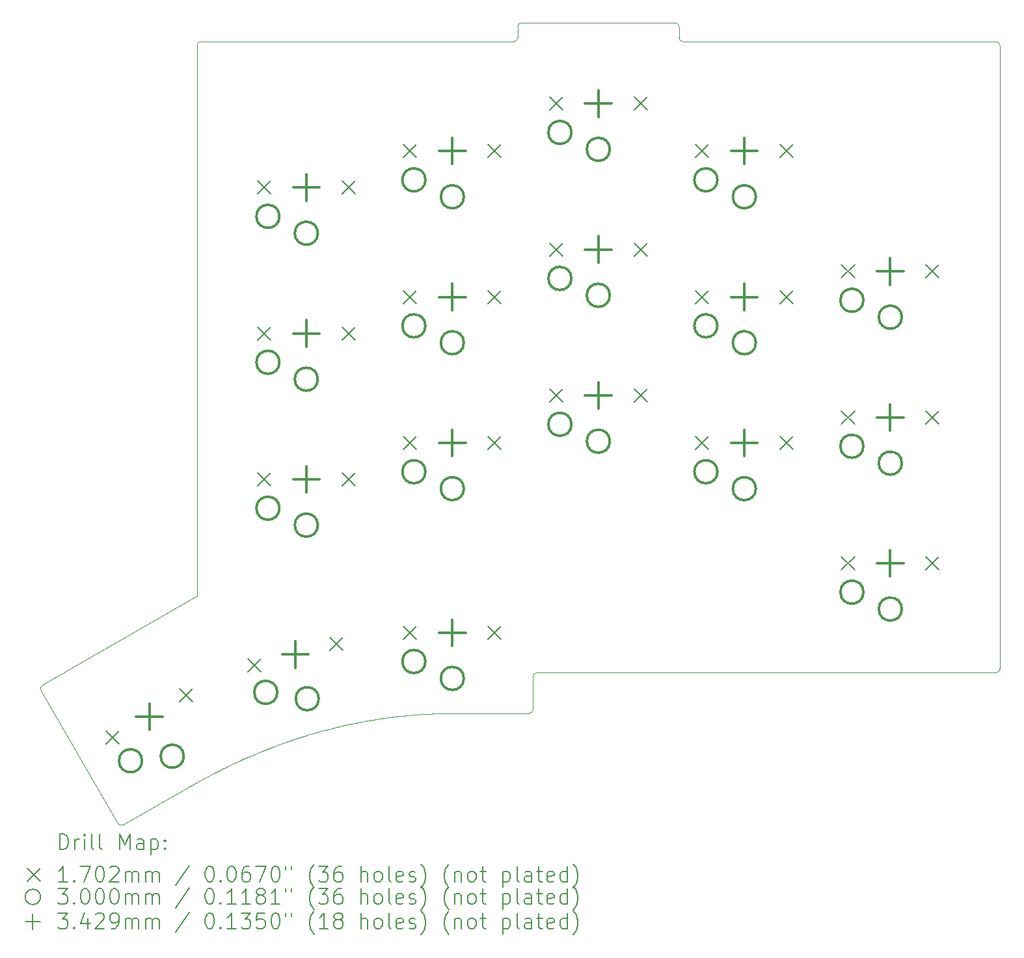
<source format=gbr>
%TF.GenerationSoftware,KiCad,Pcbnew,7.0.1*%
%TF.CreationDate,2023-05-27T21:35:24-04:00*%
%TF.ProjectId,pcb-right,7063622d-7269-4676-9874-2e6b69636164,0.3*%
%TF.SameCoordinates,Original*%
%TF.FileFunction,Drillmap*%
%TF.FilePolarity,Positive*%
%FSLAX45Y45*%
G04 Gerber Fmt 4.5, Leading zero omitted, Abs format (unit mm)*
G04 Created by KiCad (PCBNEW 7.0.1) date 2023-05-27 21:35:24*
%MOMM*%
%LPD*%
G01*
G04 APERTURE LIST*
%ADD10C,0.020000*%
%ADD11C,0.200000*%
%ADD12C,0.170180*%
%ADD13C,0.300000*%
%ADD14C,0.342900*%
G04 APERTURE END LIST*
D10*
X9945000Y-3068750D02*
G75*
G03*
X9895000Y-3118750I0J-50000D01*
G01*
X11995000Y-3261250D02*
X11995000Y-3118750D01*
X4761475Y-13508077D02*
X5627500Y-13008077D01*
X8322788Y-12097354D02*
X8316096Y-12098121D01*
X8309379Y-12098898D01*
X8302612Y-12099690D01*
X8295769Y-12100500D01*
X8288823Y-12101333D01*
X8281750Y-12102193D01*
X8274523Y-12103083D01*
X8267117Y-12104010D01*
X8259505Y-12104976D01*
X8251662Y-12105985D01*
X8243562Y-12107043D01*
X8235179Y-12108153D01*
X8226487Y-12109320D01*
X8217461Y-12110547D01*
X8208074Y-12111839D01*
X8198301Y-12113201D01*
X8188116Y-12114635D01*
X8177493Y-12116148D01*
X8166407Y-12117742D01*
X8154831Y-12119423D01*
X8142739Y-12121194D01*
X8130107Y-12123059D01*
X8116907Y-12125023D01*
X8103114Y-12127091D01*
X8088703Y-12129265D01*
X8073647Y-12131551D01*
X8057921Y-12133953D01*
X8041498Y-12136474D01*
X8024354Y-12139120D01*
X8006461Y-12141894D01*
X7987795Y-12144801D01*
X7968329Y-12147845D01*
X9845000Y-3311250D02*
G75*
G03*
X9895000Y-3261250I0J50000D01*
G01*
X10045000Y-12056250D02*
G75*
G03*
X10095000Y-12006250I0J50000D01*
G01*
X7618567Y-12217436D02*
X7612051Y-12218920D01*
X7605512Y-12220417D01*
X7598924Y-12221933D01*
X7592262Y-12223475D01*
X7585501Y-12225051D01*
X7578615Y-12226667D01*
X7571581Y-12228330D01*
X7564372Y-12230048D01*
X7556964Y-12231826D01*
X7549331Y-12233673D01*
X7541449Y-12235595D01*
X7533291Y-12237598D01*
X7524834Y-12239691D01*
X7516052Y-12241879D01*
X7506920Y-12244171D01*
X7497412Y-12246572D01*
X7487504Y-12249090D01*
X7477171Y-12251732D01*
X7466387Y-12254505D01*
X7455127Y-12257415D01*
X7443367Y-12260470D01*
X7431081Y-12263677D01*
X7418243Y-12267042D01*
X7404830Y-12270572D01*
X7390815Y-12274276D01*
X7376174Y-12278158D01*
X7360881Y-12282227D01*
X7344912Y-12286490D01*
X7328241Y-12290952D01*
X7310843Y-12295622D01*
X7292693Y-12300507D01*
X7273766Y-12305612D01*
X10145000Y-11528750D02*
G75*
G03*
X10095000Y-11578750I0J-50000D01*
G01*
X5720000Y-10529801D02*
X3711475Y-11689423D01*
X5946383Y-12833870D02*
X5940352Y-12836984D01*
X5934299Y-12840116D01*
X5928202Y-12843279D01*
X5922036Y-12846487D01*
X5915779Y-12849753D01*
X5909408Y-12853089D01*
X5902899Y-12856510D01*
X5896228Y-12860029D01*
X5889374Y-12863658D01*
X5882312Y-12867411D01*
X5875020Y-12871301D01*
X5867473Y-12875341D01*
X5859650Y-12879545D01*
X5851527Y-12883926D01*
X5843080Y-12888496D01*
X5834286Y-12893270D01*
X5825123Y-12898260D01*
X5815566Y-12903480D01*
X5805593Y-12908943D01*
X5795181Y-12914662D01*
X5784306Y-12920650D01*
X5772944Y-12926921D01*
X5761074Y-12933488D01*
X5748672Y-12940363D01*
X5735713Y-12947561D01*
X5722176Y-12955094D01*
X5708037Y-12962976D01*
X5693273Y-12971219D01*
X5677861Y-12979838D01*
X5661776Y-12988845D01*
X5644997Y-12998253D01*
X5627500Y-13008077D01*
X10095000Y-12006250D02*
X10095000Y-11578750D01*
X16170000Y-3361250D02*
G75*
G03*
X16120000Y-3311250I-50000J0D01*
G01*
X5770000Y-3311250D02*
G75*
G03*
X5720000Y-3361250I0J-50000D01*
G01*
X7273766Y-12305612D02*
X7267346Y-12307441D01*
X7260902Y-12309283D01*
X7254411Y-12311147D01*
X7247847Y-12313042D01*
X7241185Y-12314974D01*
X7234401Y-12316954D01*
X7227470Y-12318988D01*
X7220368Y-12321085D01*
X7213070Y-12323254D01*
X7205550Y-12325503D01*
X7197784Y-12327839D01*
X7189748Y-12330272D01*
X7181417Y-12332809D01*
X7172766Y-12335460D01*
X7163770Y-12338231D01*
X7154404Y-12341132D01*
X7144644Y-12344170D01*
X7134466Y-12347354D01*
X7123843Y-12350692D01*
X7112752Y-12354193D01*
X7101169Y-12357865D01*
X7089067Y-12361715D01*
X7076423Y-12365753D01*
X7063211Y-12369986D01*
X7049407Y-12374423D01*
X7034987Y-12379072D01*
X7019925Y-12383941D01*
X7004196Y-12389039D01*
X6987777Y-12394374D01*
X6970642Y-12399954D01*
X6952766Y-12405788D01*
X6934126Y-12411883D01*
X16120000Y-11528750D02*
G75*
G03*
X16170000Y-11478750I0J50000D01*
G01*
X5720000Y-10529801D02*
X5720000Y-3361250D01*
X3711477Y-11689428D02*
G75*
G03*
X3693173Y-11757725I25003J-43302D01*
G01*
X8681723Y-12066604D02*
X8674948Y-12066995D01*
X8668148Y-12067394D01*
X8661297Y-12067805D01*
X8654370Y-12068230D01*
X8647338Y-12068673D01*
X8640177Y-12069135D01*
X8632861Y-12069621D01*
X8625362Y-12070132D01*
X8617656Y-12070671D01*
X8609715Y-12071241D01*
X8601514Y-12071846D01*
X8593026Y-12072487D01*
X8584225Y-12073168D01*
X8575086Y-12073891D01*
X8565581Y-12074660D01*
X8555685Y-12075476D01*
X8545372Y-12076344D01*
X8534615Y-12077265D01*
X8523389Y-12078242D01*
X8511666Y-12079278D01*
X8499421Y-12080377D01*
X8486629Y-12081540D01*
X8473261Y-12082771D01*
X8459293Y-12084072D01*
X8444699Y-12085447D01*
X8429451Y-12086897D01*
X8413524Y-12088427D01*
X8396892Y-12090038D01*
X8379529Y-12091733D01*
X8361408Y-12093516D01*
X8342503Y-12095388D01*
X8322788Y-12097354D01*
X9045000Y-12056250D02*
X10045000Y-12056250D01*
X9895000Y-3261250D02*
X9895000Y-3118750D01*
X3693173Y-11757725D02*
X4693173Y-13489775D01*
X11995000Y-3118750D02*
G75*
G03*
X11945000Y-3068750I-50000J0D01*
G01*
X4693169Y-13489778D02*
G75*
G03*
X4761475Y-13508077I43301J24998D01*
G01*
X16170000Y-11478750D02*
X16170000Y-3361250D01*
X9945000Y-3068750D02*
X11945000Y-3068750D01*
X10145000Y-11528750D02*
X16120000Y-11528750D01*
X7968329Y-12147845D02*
X7961723Y-12148976D01*
X7955092Y-12150119D01*
X7948412Y-12151278D01*
X7941657Y-12152460D01*
X7934801Y-12153669D01*
X7927819Y-12154913D01*
X7920686Y-12156195D01*
X7913375Y-12157523D01*
X7905862Y-12158901D01*
X7898122Y-12160335D01*
X7890127Y-12161831D01*
X7881854Y-12163394D01*
X7873277Y-12165030D01*
X7864369Y-12166745D01*
X7855106Y-12168544D01*
X7845462Y-12170432D01*
X7835412Y-12172416D01*
X7824930Y-12174501D01*
X7813991Y-12176693D01*
X7802568Y-12178996D01*
X7790638Y-12181418D01*
X7778174Y-12183963D01*
X7765150Y-12186637D01*
X7751542Y-12189445D01*
X7737324Y-12192394D01*
X7722469Y-12195489D01*
X7706954Y-12198735D01*
X7690752Y-12202139D01*
X7673838Y-12205705D01*
X7656186Y-12209439D01*
X7637771Y-12213348D01*
X7618567Y-12217436D01*
X6270455Y-12676395D02*
X6264327Y-12679196D01*
X6258177Y-12682013D01*
X6251981Y-12684860D01*
X6245716Y-12687747D01*
X6239358Y-12690687D01*
X6232884Y-12693692D01*
X6226270Y-12696774D01*
X6219492Y-12699944D01*
X6212526Y-12703216D01*
X6205350Y-12706600D01*
X6197940Y-12710109D01*
X6190271Y-12713755D01*
X6182321Y-12717550D01*
X6174066Y-12721505D01*
X6165482Y-12725633D01*
X6156545Y-12729947D01*
X6147232Y-12734456D01*
X6137520Y-12739175D01*
X6127385Y-12744114D01*
X6116803Y-12749286D01*
X6105751Y-12754703D01*
X6094204Y-12760377D01*
X6082140Y-12766319D01*
X6069535Y-12772542D01*
X6056366Y-12779057D01*
X6042608Y-12785878D01*
X6028238Y-12793015D01*
X6013232Y-12800480D01*
X5997567Y-12808287D01*
X5981220Y-12816446D01*
X5964166Y-12824969D01*
X5946383Y-12833870D01*
X6599697Y-12535649D02*
X6593472Y-12538134D01*
X6587225Y-12540635D01*
X6580931Y-12543163D01*
X6574566Y-12545728D01*
X6568108Y-12548341D01*
X6561531Y-12551012D01*
X6554811Y-12553754D01*
X6547926Y-12556575D01*
X6540850Y-12559488D01*
X6533560Y-12562503D01*
X6526031Y-12565630D01*
X6518241Y-12568881D01*
X6510164Y-12572266D01*
X6501777Y-12575795D01*
X6493056Y-12579481D01*
X6483978Y-12583333D01*
X6474517Y-12587362D01*
X6464649Y-12591580D01*
X6454352Y-12595996D01*
X6443602Y-12600621D01*
X6432373Y-12605467D01*
X6420642Y-12610545D01*
X6408385Y-12615864D01*
X6395579Y-12621435D01*
X6382198Y-12627270D01*
X6368220Y-12633379D01*
X6353620Y-12639774D01*
X6338375Y-12646463D01*
X6322459Y-12653460D01*
X6305850Y-12660773D01*
X6288523Y-12668415D01*
X6270455Y-12676395D01*
X12045000Y-3311250D02*
X16120000Y-3311250D01*
X5770000Y-3311250D02*
X9845000Y-3311250D01*
X6934126Y-12411883D02*
X6927803Y-12414045D01*
X6921458Y-12416223D01*
X6915065Y-12418424D01*
X6908601Y-12420659D01*
X6902041Y-12422938D01*
X6895360Y-12425269D01*
X6888536Y-12427663D01*
X6881542Y-12430128D01*
X6874355Y-12432675D01*
X6866950Y-12435313D01*
X6859303Y-12438051D01*
X6851390Y-12440900D01*
X6843186Y-12443867D01*
X6834668Y-12446964D01*
X6825810Y-12450200D01*
X6816588Y-12453583D01*
X6806978Y-12457125D01*
X6796955Y-12460833D01*
X6786496Y-12464718D01*
X6775576Y-12468790D01*
X6764170Y-12473057D01*
X6752254Y-12477530D01*
X6739804Y-12482218D01*
X6726795Y-12487130D01*
X6713204Y-12492276D01*
X6699005Y-12497665D01*
X6684175Y-12503308D01*
X6668689Y-12509213D01*
X6652522Y-12515390D01*
X6635651Y-12521849D01*
X6618051Y-12528598D01*
X6599697Y-12535649D01*
X11995000Y-3261250D02*
G75*
G03*
X12045000Y-3311250I50000J0D01*
G01*
X9045000Y-12056250D02*
X9038144Y-12056253D01*
X9031264Y-12056264D01*
X9024331Y-12056283D01*
X9017320Y-12056313D01*
X9010205Y-12056354D01*
X9002958Y-12056407D01*
X8995554Y-12056475D01*
X8987965Y-12056558D01*
X8980166Y-12056657D01*
X8972130Y-12056775D01*
X8963830Y-12056912D01*
X8955240Y-12057070D01*
X8946334Y-12057249D01*
X8937084Y-12057452D01*
X8927465Y-12057680D01*
X8917449Y-12057934D01*
X8907011Y-12058215D01*
X8896124Y-12058524D01*
X8884762Y-12058864D01*
X8872897Y-12059234D01*
X8860504Y-12059638D01*
X8847556Y-12060075D01*
X8834026Y-12060547D01*
X8819889Y-12061056D01*
X8805117Y-12061603D01*
X8789684Y-12062189D01*
X8773564Y-12062816D01*
X8756729Y-12063485D01*
X8739154Y-12064196D01*
X8720813Y-12064953D01*
X8701678Y-12065755D01*
X8681723Y-12066604D01*
D11*
D12*
X4540659Y-12288910D02*
X4710839Y-12459090D01*
X4710839Y-12288910D02*
X4540659Y-12459090D01*
X5493287Y-11738910D02*
X5663466Y-11909090D01*
X5663466Y-11738910D02*
X5493287Y-11909090D01*
X6385713Y-11348760D02*
X6555893Y-11518940D01*
X6555893Y-11348760D02*
X6385713Y-11518940D01*
X6509472Y-5126410D02*
X6679652Y-5296590D01*
X6679652Y-5126410D02*
X6509472Y-5296590D01*
X6509472Y-7026410D02*
X6679652Y-7196590D01*
X6679652Y-7026410D02*
X6509472Y-7196590D01*
X6509472Y-8926410D02*
X6679652Y-9096590D01*
X6679652Y-8926410D02*
X6509472Y-9096590D01*
X7448232Y-11064060D02*
X7618412Y-11234239D01*
X7618412Y-11064060D02*
X7448232Y-11234239D01*
X7609472Y-5126410D02*
X7779652Y-5296590D01*
X7779652Y-5126410D02*
X7609472Y-5296590D01*
X7609472Y-7026410D02*
X7779652Y-7196590D01*
X7779652Y-7026410D02*
X7609472Y-7196590D01*
X7609472Y-8926410D02*
X7779652Y-9096590D01*
X7779652Y-8926410D02*
X7609472Y-9096590D01*
X8409473Y-4651410D02*
X8579653Y-4821590D01*
X8579653Y-4651410D02*
X8409473Y-4821590D01*
X8409473Y-6551410D02*
X8579653Y-6721590D01*
X8579653Y-6551410D02*
X8409473Y-6721590D01*
X8409473Y-8451410D02*
X8579653Y-8621590D01*
X8579653Y-8451410D02*
X8409473Y-8621590D01*
X8409473Y-10921410D02*
X8579653Y-11091590D01*
X8579653Y-10921410D02*
X8409473Y-11091590D01*
X9509473Y-4651410D02*
X9679653Y-4821590D01*
X9679653Y-4651410D02*
X9509473Y-4821590D01*
X9509473Y-6551410D02*
X9679653Y-6721590D01*
X9679653Y-6551410D02*
X9509473Y-6721590D01*
X9509473Y-8451410D02*
X9679653Y-8621590D01*
X9679653Y-8451410D02*
X9509473Y-8621590D01*
X9509473Y-10921410D02*
X9679653Y-11091590D01*
X9679653Y-10921410D02*
X9509473Y-11091590D01*
X10309473Y-4033910D02*
X10479653Y-4204090D01*
X10479653Y-4033910D02*
X10309473Y-4204090D01*
X10309473Y-5933910D02*
X10479653Y-6104090D01*
X10479653Y-5933910D02*
X10309473Y-6104090D01*
X10309473Y-7833910D02*
X10479653Y-8004090D01*
X10479653Y-7833910D02*
X10309473Y-8004090D01*
X11409472Y-4033910D02*
X11579652Y-4204090D01*
X11579652Y-4033910D02*
X11409472Y-4204090D01*
X11409472Y-5933910D02*
X11579652Y-6104090D01*
X11579652Y-5933910D02*
X11409472Y-6104090D01*
X11409472Y-7833910D02*
X11579652Y-8004090D01*
X11579652Y-7833910D02*
X11409472Y-8004090D01*
X12209472Y-4651410D02*
X12379652Y-4821590D01*
X12379652Y-4651410D02*
X12209472Y-4821590D01*
X12209472Y-6551410D02*
X12379652Y-6721590D01*
X12379652Y-6551410D02*
X12209472Y-6721590D01*
X12209472Y-8451410D02*
X12379652Y-8621590D01*
X12379652Y-8451410D02*
X12209472Y-8621590D01*
X13309472Y-4651410D02*
X13479652Y-4821590D01*
X13479652Y-4651410D02*
X13309472Y-4821590D01*
X13309472Y-6551410D02*
X13479652Y-6721590D01*
X13479652Y-6551410D02*
X13309472Y-6721590D01*
X13309472Y-8451410D02*
X13479652Y-8621590D01*
X13479652Y-8451410D02*
X13309472Y-8621590D01*
X14109472Y-6218910D02*
X14279652Y-6389090D01*
X14279652Y-6218910D02*
X14109472Y-6389090D01*
X14109472Y-8118910D02*
X14279652Y-8289090D01*
X14279652Y-8118910D02*
X14109472Y-8289090D01*
X14109472Y-10018910D02*
X14279652Y-10189090D01*
X14279652Y-10018910D02*
X14109472Y-10189090D01*
X15209472Y-6218910D02*
X15379652Y-6389090D01*
X15379652Y-6218910D02*
X15209472Y-6389090D01*
X15209472Y-8118910D02*
X15379652Y-8289090D01*
X15379652Y-8118910D02*
X15209472Y-8289090D01*
X15209472Y-10018910D02*
X15379652Y-10189090D01*
X15379652Y-10018910D02*
X15209472Y-10189090D01*
D13*
X5006550Y-12673759D02*
G75*
G03*
X5006550Y-12673759I-150000J0D01*
G01*
X5549563Y-12614285D02*
G75*
G03*
X5549563Y-12614285I-150000J0D01*
G01*
X6766157Y-11783132D02*
G75*
G03*
X6766157Y-11783132I-150000J0D01*
G01*
X6794562Y-5586500D02*
G75*
G03*
X6794562Y-5586500I-150000J0D01*
G01*
X6794562Y-7486500D02*
G75*
G03*
X6794562Y-7486500I-150000J0D01*
G01*
X6794562Y-9386500D02*
G75*
G03*
X6794562Y-9386500I-150000J0D01*
G01*
X7294562Y-5806500D02*
G75*
G03*
X7294562Y-5806500I-150000J0D01*
G01*
X7294562Y-7706500D02*
G75*
G03*
X7294562Y-7706500I-150000J0D01*
G01*
X7294562Y-9606500D02*
G75*
G03*
X7294562Y-9606500I-150000J0D01*
G01*
X7306060Y-11866226D02*
G75*
G03*
X7306060Y-11866226I-150000J0D01*
G01*
X8694563Y-5111500D02*
G75*
G03*
X8694563Y-5111500I-150000J0D01*
G01*
X8694563Y-7011500D02*
G75*
G03*
X8694563Y-7011500I-150000J0D01*
G01*
X8694563Y-8911500D02*
G75*
G03*
X8694563Y-8911500I-150000J0D01*
G01*
X8694563Y-11381500D02*
G75*
G03*
X8694563Y-11381500I-150000J0D01*
G01*
X9194563Y-5331500D02*
G75*
G03*
X9194563Y-5331500I-150000J0D01*
G01*
X9194563Y-7231500D02*
G75*
G03*
X9194563Y-7231500I-150000J0D01*
G01*
X9194563Y-9131500D02*
G75*
G03*
X9194563Y-9131500I-150000J0D01*
G01*
X9194563Y-11601500D02*
G75*
G03*
X9194563Y-11601500I-150000J0D01*
G01*
X10594563Y-4494000D02*
G75*
G03*
X10594563Y-4494000I-150000J0D01*
G01*
X10594563Y-6394000D02*
G75*
G03*
X10594563Y-6394000I-150000J0D01*
G01*
X10594563Y-8294000D02*
G75*
G03*
X10594563Y-8294000I-150000J0D01*
G01*
X11094563Y-4714000D02*
G75*
G03*
X11094563Y-4714000I-150000J0D01*
G01*
X11094563Y-6614000D02*
G75*
G03*
X11094563Y-6614000I-150000J0D01*
G01*
X11094563Y-8514000D02*
G75*
G03*
X11094563Y-8514000I-150000J0D01*
G01*
X12494562Y-5111500D02*
G75*
G03*
X12494562Y-5111500I-150000J0D01*
G01*
X12494562Y-7011500D02*
G75*
G03*
X12494562Y-7011500I-150000J0D01*
G01*
X12494562Y-8911500D02*
G75*
G03*
X12494562Y-8911500I-150000J0D01*
G01*
X12994562Y-5331500D02*
G75*
G03*
X12994562Y-5331500I-150000J0D01*
G01*
X12994562Y-7231500D02*
G75*
G03*
X12994562Y-7231500I-150000J0D01*
G01*
X12994562Y-9131500D02*
G75*
G03*
X12994562Y-9131500I-150000J0D01*
G01*
X14394562Y-6679000D02*
G75*
G03*
X14394562Y-6679000I-150000J0D01*
G01*
X14394562Y-8579000D02*
G75*
G03*
X14394562Y-8579000I-150000J0D01*
G01*
X14394562Y-10479000D02*
G75*
G03*
X14394562Y-10479000I-150000J0D01*
G01*
X14894562Y-6899000D02*
G75*
G03*
X14894562Y-6899000I-150000J0D01*
G01*
X14894562Y-8799000D02*
G75*
G03*
X14894562Y-8799000I-150000J0D01*
G01*
X14894562Y-10699000D02*
G75*
G03*
X14894562Y-10699000I-150000J0D01*
G01*
D14*
X5102063Y-11927550D02*
X5102063Y-12270450D01*
X4930613Y-12099000D02*
X5273513Y-12099000D01*
X7002062Y-11120050D02*
X7002062Y-11462950D01*
X6830612Y-11291500D02*
X7173512Y-11291500D01*
X7144562Y-5040050D02*
X7144562Y-5382950D01*
X6973112Y-5211500D02*
X7316012Y-5211500D01*
X7144562Y-6940050D02*
X7144562Y-7282950D01*
X6973112Y-7111500D02*
X7316012Y-7111500D01*
X7144562Y-8840050D02*
X7144562Y-9182950D01*
X6973112Y-9011500D02*
X7316012Y-9011500D01*
X9044563Y-4565050D02*
X9044563Y-4907950D01*
X8873113Y-4736500D02*
X9216013Y-4736500D01*
X9044563Y-6465050D02*
X9044563Y-6807950D01*
X8873113Y-6636500D02*
X9216013Y-6636500D01*
X9044563Y-8365050D02*
X9044563Y-8707950D01*
X8873113Y-8536500D02*
X9216013Y-8536500D01*
X9044563Y-10835050D02*
X9044563Y-11177950D01*
X8873113Y-11006500D02*
X9216013Y-11006500D01*
X10944563Y-3947550D02*
X10944563Y-4290450D01*
X10773113Y-4119000D02*
X11116013Y-4119000D01*
X10944563Y-5847550D02*
X10944563Y-6190450D01*
X10773113Y-6019000D02*
X11116013Y-6019000D01*
X10944563Y-7747550D02*
X10944563Y-8090450D01*
X10773113Y-7919000D02*
X11116013Y-7919000D01*
X12844562Y-4565050D02*
X12844562Y-4907950D01*
X12673112Y-4736500D02*
X13016012Y-4736500D01*
X12844562Y-6465050D02*
X12844562Y-6807950D01*
X12673112Y-6636500D02*
X13016012Y-6636500D01*
X12844562Y-8365050D02*
X12844562Y-8707950D01*
X12673112Y-8536500D02*
X13016012Y-8536500D01*
X14744562Y-6132550D02*
X14744562Y-6475450D01*
X14573112Y-6304000D02*
X14916012Y-6304000D01*
X14744562Y-8032550D02*
X14744562Y-8375450D01*
X14573112Y-8204000D02*
X14916012Y-8204000D01*
X14744562Y-9932550D02*
X14744562Y-10275450D01*
X14573112Y-10104000D02*
X14916012Y-10104000D01*
D11*
X3933097Y-13828302D02*
X3933097Y-13628302D01*
X3933097Y-13628302D02*
X3980716Y-13628302D01*
X3980716Y-13628302D02*
X4009287Y-13637826D01*
X4009287Y-13637826D02*
X4028335Y-13656873D01*
X4028335Y-13656873D02*
X4037859Y-13675921D01*
X4037859Y-13675921D02*
X4047383Y-13714016D01*
X4047383Y-13714016D02*
X4047383Y-13742588D01*
X4047383Y-13742588D02*
X4037859Y-13780683D01*
X4037859Y-13780683D02*
X4028335Y-13799731D01*
X4028335Y-13799731D02*
X4009287Y-13818778D01*
X4009287Y-13818778D02*
X3980716Y-13828302D01*
X3980716Y-13828302D02*
X3933097Y-13828302D01*
X4133097Y-13828302D02*
X4133097Y-13694969D01*
X4133097Y-13733064D02*
X4142621Y-13714016D01*
X4142621Y-13714016D02*
X4152145Y-13704492D01*
X4152145Y-13704492D02*
X4171192Y-13694969D01*
X4171192Y-13694969D02*
X4190240Y-13694969D01*
X4256907Y-13828302D02*
X4256907Y-13694969D01*
X4256907Y-13628302D02*
X4247383Y-13637826D01*
X4247383Y-13637826D02*
X4256907Y-13647350D01*
X4256907Y-13647350D02*
X4266430Y-13637826D01*
X4266430Y-13637826D02*
X4256907Y-13628302D01*
X4256907Y-13628302D02*
X4256907Y-13647350D01*
X4380716Y-13828302D02*
X4361668Y-13818778D01*
X4361668Y-13818778D02*
X4352145Y-13799731D01*
X4352145Y-13799731D02*
X4352145Y-13628302D01*
X4485478Y-13828302D02*
X4466430Y-13818778D01*
X4466430Y-13818778D02*
X4456907Y-13799731D01*
X4456907Y-13799731D02*
X4456907Y-13628302D01*
X4714049Y-13828302D02*
X4714049Y-13628302D01*
X4714049Y-13628302D02*
X4780716Y-13771159D01*
X4780716Y-13771159D02*
X4847383Y-13628302D01*
X4847383Y-13628302D02*
X4847383Y-13828302D01*
X5028335Y-13828302D02*
X5028335Y-13723540D01*
X5028335Y-13723540D02*
X5018811Y-13704492D01*
X5018811Y-13704492D02*
X4999764Y-13694969D01*
X4999764Y-13694969D02*
X4961668Y-13694969D01*
X4961668Y-13694969D02*
X4942621Y-13704492D01*
X5028335Y-13818778D02*
X5009288Y-13828302D01*
X5009288Y-13828302D02*
X4961668Y-13828302D01*
X4961668Y-13828302D02*
X4942621Y-13818778D01*
X4942621Y-13818778D02*
X4933097Y-13799731D01*
X4933097Y-13799731D02*
X4933097Y-13780683D01*
X4933097Y-13780683D02*
X4942621Y-13761635D01*
X4942621Y-13761635D02*
X4961668Y-13752112D01*
X4961668Y-13752112D02*
X5009288Y-13752112D01*
X5009288Y-13752112D02*
X5028335Y-13742588D01*
X5123573Y-13694969D02*
X5123573Y-13894969D01*
X5123573Y-13704492D02*
X5142621Y-13694969D01*
X5142621Y-13694969D02*
X5180716Y-13694969D01*
X5180716Y-13694969D02*
X5199764Y-13704492D01*
X5199764Y-13704492D02*
X5209288Y-13714016D01*
X5209288Y-13714016D02*
X5218811Y-13733064D01*
X5218811Y-13733064D02*
X5218811Y-13790207D01*
X5218811Y-13790207D02*
X5209288Y-13809254D01*
X5209288Y-13809254D02*
X5199764Y-13818778D01*
X5199764Y-13818778D02*
X5180716Y-13828302D01*
X5180716Y-13828302D02*
X5142621Y-13828302D01*
X5142621Y-13828302D02*
X5123573Y-13818778D01*
X5304526Y-13809254D02*
X5314049Y-13818778D01*
X5314049Y-13818778D02*
X5304526Y-13828302D01*
X5304526Y-13828302D02*
X5295002Y-13818778D01*
X5295002Y-13818778D02*
X5304526Y-13809254D01*
X5304526Y-13809254D02*
X5304526Y-13828302D01*
X5304526Y-13704492D02*
X5314049Y-13714016D01*
X5314049Y-13714016D02*
X5304526Y-13723540D01*
X5304526Y-13723540D02*
X5295002Y-13714016D01*
X5295002Y-13714016D02*
X5304526Y-13704492D01*
X5304526Y-13704492D02*
X5304526Y-13723540D01*
D12*
X3515298Y-14070688D02*
X3685478Y-14240868D01*
X3685478Y-14070688D02*
X3515298Y-14240868D01*
D11*
X4037859Y-14248302D02*
X3923573Y-14248302D01*
X3980716Y-14248302D02*
X3980716Y-14048302D01*
X3980716Y-14048302D02*
X3961668Y-14076873D01*
X3961668Y-14076873D02*
X3942621Y-14095921D01*
X3942621Y-14095921D02*
X3923573Y-14105445D01*
X4123573Y-14229254D02*
X4133097Y-14238778D01*
X4133097Y-14238778D02*
X4123573Y-14248302D01*
X4123573Y-14248302D02*
X4114049Y-14238778D01*
X4114049Y-14238778D02*
X4123573Y-14229254D01*
X4123573Y-14229254D02*
X4123573Y-14248302D01*
X4199764Y-14048302D02*
X4333097Y-14048302D01*
X4333097Y-14048302D02*
X4247383Y-14248302D01*
X4447383Y-14048302D02*
X4466430Y-14048302D01*
X4466430Y-14048302D02*
X4485478Y-14057826D01*
X4485478Y-14057826D02*
X4495002Y-14067350D01*
X4495002Y-14067350D02*
X4504526Y-14086397D01*
X4504526Y-14086397D02*
X4514049Y-14124492D01*
X4514049Y-14124492D02*
X4514049Y-14172112D01*
X4514049Y-14172112D02*
X4504526Y-14210207D01*
X4504526Y-14210207D02*
X4495002Y-14229254D01*
X4495002Y-14229254D02*
X4485478Y-14238778D01*
X4485478Y-14238778D02*
X4466430Y-14248302D01*
X4466430Y-14248302D02*
X4447383Y-14248302D01*
X4447383Y-14248302D02*
X4428335Y-14238778D01*
X4428335Y-14238778D02*
X4418811Y-14229254D01*
X4418811Y-14229254D02*
X4409288Y-14210207D01*
X4409288Y-14210207D02*
X4399764Y-14172112D01*
X4399764Y-14172112D02*
X4399764Y-14124492D01*
X4399764Y-14124492D02*
X4409288Y-14086397D01*
X4409288Y-14086397D02*
X4418811Y-14067350D01*
X4418811Y-14067350D02*
X4428335Y-14057826D01*
X4428335Y-14057826D02*
X4447383Y-14048302D01*
X4590240Y-14067350D02*
X4599764Y-14057826D01*
X4599764Y-14057826D02*
X4618811Y-14048302D01*
X4618811Y-14048302D02*
X4666430Y-14048302D01*
X4666430Y-14048302D02*
X4685478Y-14057826D01*
X4685478Y-14057826D02*
X4695002Y-14067350D01*
X4695002Y-14067350D02*
X4704526Y-14086397D01*
X4704526Y-14086397D02*
X4704526Y-14105445D01*
X4704526Y-14105445D02*
X4695002Y-14134016D01*
X4695002Y-14134016D02*
X4580716Y-14248302D01*
X4580716Y-14248302D02*
X4704526Y-14248302D01*
X4790240Y-14248302D02*
X4790240Y-14114969D01*
X4790240Y-14134016D02*
X4799764Y-14124492D01*
X4799764Y-14124492D02*
X4818811Y-14114969D01*
X4818811Y-14114969D02*
X4847383Y-14114969D01*
X4847383Y-14114969D02*
X4866430Y-14124492D01*
X4866430Y-14124492D02*
X4875954Y-14143540D01*
X4875954Y-14143540D02*
X4875954Y-14248302D01*
X4875954Y-14143540D02*
X4885478Y-14124492D01*
X4885478Y-14124492D02*
X4904526Y-14114969D01*
X4904526Y-14114969D02*
X4933097Y-14114969D01*
X4933097Y-14114969D02*
X4952145Y-14124492D01*
X4952145Y-14124492D02*
X4961669Y-14143540D01*
X4961669Y-14143540D02*
X4961669Y-14248302D01*
X5056907Y-14248302D02*
X5056907Y-14114969D01*
X5056907Y-14134016D02*
X5066430Y-14124492D01*
X5066430Y-14124492D02*
X5085478Y-14114969D01*
X5085478Y-14114969D02*
X5114050Y-14114969D01*
X5114050Y-14114969D02*
X5133097Y-14124492D01*
X5133097Y-14124492D02*
X5142621Y-14143540D01*
X5142621Y-14143540D02*
X5142621Y-14248302D01*
X5142621Y-14143540D02*
X5152145Y-14124492D01*
X5152145Y-14124492D02*
X5171192Y-14114969D01*
X5171192Y-14114969D02*
X5199764Y-14114969D01*
X5199764Y-14114969D02*
X5218811Y-14124492D01*
X5218811Y-14124492D02*
X5228335Y-14143540D01*
X5228335Y-14143540D02*
X5228335Y-14248302D01*
X5618811Y-14038778D02*
X5447383Y-14295921D01*
X5875954Y-14048302D02*
X5895002Y-14048302D01*
X5895002Y-14048302D02*
X5914050Y-14057826D01*
X5914050Y-14057826D02*
X5923573Y-14067350D01*
X5923573Y-14067350D02*
X5933097Y-14086397D01*
X5933097Y-14086397D02*
X5942621Y-14124492D01*
X5942621Y-14124492D02*
X5942621Y-14172112D01*
X5942621Y-14172112D02*
X5933097Y-14210207D01*
X5933097Y-14210207D02*
X5923573Y-14229254D01*
X5923573Y-14229254D02*
X5914050Y-14238778D01*
X5914050Y-14238778D02*
X5895002Y-14248302D01*
X5895002Y-14248302D02*
X5875954Y-14248302D01*
X5875954Y-14248302D02*
X5856907Y-14238778D01*
X5856907Y-14238778D02*
X5847383Y-14229254D01*
X5847383Y-14229254D02*
X5837859Y-14210207D01*
X5837859Y-14210207D02*
X5828335Y-14172112D01*
X5828335Y-14172112D02*
X5828335Y-14124492D01*
X5828335Y-14124492D02*
X5837859Y-14086397D01*
X5837859Y-14086397D02*
X5847383Y-14067350D01*
X5847383Y-14067350D02*
X5856907Y-14057826D01*
X5856907Y-14057826D02*
X5875954Y-14048302D01*
X6028335Y-14229254D02*
X6037859Y-14238778D01*
X6037859Y-14238778D02*
X6028335Y-14248302D01*
X6028335Y-14248302D02*
X6018811Y-14238778D01*
X6018811Y-14238778D02*
X6028335Y-14229254D01*
X6028335Y-14229254D02*
X6028335Y-14248302D01*
X6161669Y-14048302D02*
X6180716Y-14048302D01*
X6180716Y-14048302D02*
X6199764Y-14057826D01*
X6199764Y-14057826D02*
X6209288Y-14067350D01*
X6209288Y-14067350D02*
X6218811Y-14086397D01*
X6218811Y-14086397D02*
X6228335Y-14124492D01*
X6228335Y-14124492D02*
X6228335Y-14172112D01*
X6228335Y-14172112D02*
X6218811Y-14210207D01*
X6218811Y-14210207D02*
X6209288Y-14229254D01*
X6209288Y-14229254D02*
X6199764Y-14238778D01*
X6199764Y-14238778D02*
X6180716Y-14248302D01*
X6180716Y-14248302D02*
X6161669Y-14248302D01*
X6161669Y-14248302D02*
X6142621Y-14238778D01*
X6142621Y-14238778D02*
X6133097Y-14229254D01*
X6133097Y-14229254D02*
X6123573Y-14210207D01*
X6123573Y-14210207D02*
X6114050Y-14172112D01*
X6114050Y-14172112D02*
X6114050Y-14124492D01*
X6114050Y-14124492D02*
X6123573Y-14086397D01*
X6123573Y-14086397D02*
X6133097Y-14067350D01*
X6133097Y-14067350D02*
X6142621Y-14057826D01*
X6142621Y-14057826D02*
X6161669Y-14048302D01*
X6399764Y-14048302D02*
X6361669Y-14048302D01*
X6361669Y-14048302D02*
X6342621Y-14057826D01*
X6342621Y-14057826D02*
X6333097Y-14067350D01*
X6333097Y-14067350D02*
X6314050Y-14095921D01*
X6314050Y-14095921D02*
X6304526Y-14134016D01*
X6304526Y-14134016D02*
X6304526Y-14210207D01*
X6304526Y-14210207D02*
X6314050Y-14229254D01*
X6314050Y-14229254D02*
X6323573Y-14238778D01*
X6323573Y-14238778D02*
X6342621Y-14248302D01*
X6342621Y-14248302D02*
X6380716Y-14248302D01*
X6380716Y-14248302D02*
X6399764Y-14238778D01*
X6399764Y-14238778D02*
X6409288Y-14229254D01*
X6409288Y-14229254D02*
X6418811Y-14210207D01*
X6418811Y-14210207D02*
X6418811Y-14162588D01*
X6418811Y-14162588D02*
X6409288Y-14143540D01*
X6409288Y-14143540D02*
X6399764Y-14134016D01*
X6399764Y-14134016D02*
X6380716Y-14124492D01*
X6380716Y-14124492D02*
X6342621Y-14124492D01*
X6342621Y-14124492D02*
X6323573Y-14134016D01*
X6323573Y-14134016D02*
X6314050Y-14143540D01*
X6314050Y-14143540D02*
X6304526Y-14162588D01*
X6485478Y-14048302D02*
X6618811Y-14048302D01*
X6618811Y-14048302D02*
X6533097Y-14248302D01*
X6733097Y-14048302D02*
X6752145Y-14048302D01*
X6752145Y-14048302D02*
X6771192Y-14057826D01*
X6771192Y-14057826D02*
X6780716Y-14067350D01*
X6780716Y-14067350D02*
X6790240Y-14086397D01*
X6790240Y-14086397D02*
X6799764Y-14124492D01*
X6799764Y-14124492D02*
X6799764Y-14172112D01*
X6799764Y-14172112D02*
X6790240Y-14210207D01*
X6790240Y-14210207D02*
X6780716Y-14229254D01*
X6780716Y-14229254D02*
X6771192Y-14238778D01*
X6771192Y-14238778D02*
X6752145Y-14248302D01*
X6752145Y-14248302D02*
X6733097Y-14248302D01*
X6733097Y-14248302D02*
X6714050Y-14238778D01*
X6714050Y-14238778D02*
X6704526Y-14229254D01*
X6704526Y-14229254D02*
X6695002Y-14210207D01*
X6695002Y-14210207D02*
X6685478Y-14172112D01*
X6685478Y-14172112D02*
X6685478Y-14124492D01*
X6685478Y-14124492D02*
X6695002Y-14086397D01*
X6695002Y-14086397D02*
X6704526Y-14067350D01*
X6704526Y-14067350D02*
X6714050Y-14057826D01*
X6714050Y-14057826D02*
X6733097Y-14048302D01*
X6875954Y-14048302D02*
X6875954Y-14086397D01*
X6952145Y-14048302D02*
X6952145Y-14086397D01*
X7247383Y-14324492D02*
X7237859Y-14314969D01*
X7237859Y-14314969D02*
X7218812Y-14286397D01*
X7218812Y-14286397D02*
X7209288Y-14267350D01*
X7209288Y-14267350D02*
X7199764Y-14238778D01*
X7199764Y-14238778D02*
X7190240Y-14191159D01*
X7190240Y-14191159D02*
X7190240Y-14153064D01*
X7190240Y-14153064D02*
X7199764Y-14105445D01*
X7199764Y-14105445D02*
X7209288Y-14076873D01*
X7209288Y-14076873D02*
X7218812Y-14057826D01*
X7218812Y-14057826D02*
X7237859Y-14029254D01*
X7237859Y-14029254D02*
X7247383Y-14019731D01*
X7304526Y-14048302D02*
X7428335Y-14048302D01*
X7428335Y-14048302D02*
X7361669Y-14124492D01*
X7361669Y-14124492D02*
X7390240Y-14124492D01*
X7390240Y-14124492D02*
X7409288Y-14134016D01*
X7409288Y-14134016D02*
X7418812Y-14143540D01*
X7418812Y-14143540D02*
X7428335Y-14162588D01*
X7428335Y-14162588D02*
X7428335Y-14210207D01*
X7428335Y-14210207D02*
X7418812Y-14229254D01*
X7418812Y-14229254D02*
X7409288Y-14238778D01*
X7409288Y-14238778D02*
X7390240Y-14248302D01*
X7390240Y-14248302D02*
X7333097Y-14248302D01*
X7333097Y-14248302D02*
X7314050Y-14238778D01*
X7314050Y-14238778D02*
X7304526Y-14229254D01*
X7599764Y-14048302D02*
X7561669Y-14048302D01*
X7561669Y-14048302D02*
X7542621Y-14057826D01*
X7542621Y-14057826D02*
X7533097Y-14067350D01*
X7533097Y-14067350D02*
X7514050Y-14095921D01*
X7514050Y-14095921D02*
X7504526Y-14134016D01*
X7504526Y-14134016D02*
X7504526Y-14210207D01*
X7504526Y-14210207D02*
X7514050Y-14229254D01*
X7514050Y-14229254D02*
X7523573Y-14238778D01*
X7523573Y-14238778D02*
X7542621Y-14248302D01*
X7542621Y-14248302D02*
X7580716Y-14248302D01*
X7580716Y-14248302D02*
X7599764Y-14238778D01*
X7599764Y-14238778D02*
X7609288Y-14229254D01*
X7609288Y-14229254D02*
X7618812Y-14210207D01*
X7618812Y-14210207D02*
X7618812Y-14162588D01*
X7618812Y-14162588D02*
X7609288Y-14143540D01*
X7609288Y-14143540D02*
X7599764Y-14134016D01*
X7599764Y-14134016D02*
X7580716Y-14124492D01*
X7580716Y-14124492D02*
X7542621Y-14124492D01*
X7542621Y-14124492D02*
X7523573Y-14134016D01*
X7523573Y-14134016D02*
X7514050Y-14143540D01*
X7514050Y-14143540D02*
X7504526Y-14162588D01*
X7856907Y-14248302D02*
X7856907Y-14048302D01*
X7942621Y-14248302D02*
X7942621Y-14143540D01*
X7942621Y-14143540D02*
X7933097Y-14124492D01*
X7933097Y-14124492D02*
X7914050Y-14114969D01*
X7914050Y-14114969D02*
X7885478Y-14114969D01*
X7885478Y-14114969D02*
X7866431Y-14124492D01*
X7866431Y-14124492D02*
X7856907Y-14134016D01*
X8066431Y-14248302D02*
X8047383Y-14238778D01*
X8047383Y-14238778D02*
X8037859Y-14229254D01*
X8037859Y-14229254D02*
X8028335Y-14210207D01*
X8028335Y-14210207D02*
X8028335Y-14153064D01*
X8028335Y-14153064D02*
X8037859Y-14134016D01*
X8037859Y-14134016D02*
X8047383Y-14124492D01*
X8047383Y-14124492D02*
X8066431Y-14114969D01*
X8066431Y-14114969D02*
X8095002Y-14114969D01*
X8095002Y-14114969D02*
X8114050Y-14124492D01*
X8114050Y-14124492D02*
X8123574Y-14134016D01*
X8123574Y-14134016D02*
X8133097Y-14153064D01*
X8133097Y-14153064D02*
X8133097Y-14210207D01*
X8133097Y-14210207D02*
X8123574Y-14229254D01*
X8123574Y-14229254D02*
X8114050Y-14238778D01*
X8114050Y-14238778D02*
X8095002Y-14248302D01*
X8095002Y-14248302D02*
X8066431Y-14248302D01*
X8247383Y-14248302D02*
X8228335Y-14238778D01*
X8228335Y-14238778D02*
X8218812Y-14219731D01*
X8218812Y-14219731D02*
X8218812Y-14048302D01*
X8399764Y-14238778D02*
X8380716Y-14248302D01*
X8380716Y-14248302D02*
X8342621Y-14248302D01*
X8342621Y-14248302D02*
X8323574Y-14238778D01*
X8323574Y-14238778D02*
X8314050Y-14219731D01*
X8314050Y-14219731D02*
X8314050Y-14143540D01*
X8314050Y-14143540D02*
X8323574Y-14124492D01*
X8323574Y-14124492D02*
X8342621Y-14114969D01*
X8342621Y-14114969D02*
X8380716Y-14114969D01*
X8380716Y-14114969D02*
X8399764Y-14124492D01*
X8399764Y-14124492D02*
X8409288Y-14143540D01*
X8409288Y-14143540D02*
X8409288Y-14162588D01*
X8409288Y-14162588D02*
X8314050Y-14181635D01*
X8485478Y-14238778D02*
X8504526Y-14248302D01*
X8504526Y-14248302D02*
X8542621Y-14248302D01*
X8542621Y-14248302D02*
X8561669Y-14238778D01*
X8561669Y-14238778D02*
X8571193Y-14219731D01*
X8571193Y-14219731D02*
X8571193Y-14210207D01*
X8571193Y-14210207D02*
X8561669Y-14191159D01*
X8561669Y-14191159D02*
X8542621Y-14181635D01*
X8542621Y-14181635D02*
X8514050Y-14181635D01*
X8514050Y-14181635D02*
X8495002Y-14172112D01*
X8495002Y-14172112D02*
X8485478Y-14153064D01*
X8485478Y-14153064D02*
X8485478Y-14143540D01*
X8485478Y-14143540D02*
X8495002Y-14124492D01*
X8495002Y-14124492D02*
X8514050Y-14114969D01*
X8514050Y-14114969D02*
X8542621Y-14114969D01*
X8542621Y-14114969D02*
X8561669Y-14124492D01*
X8637859Y-14324492D02*
X8647383Y-14314969D01*
X8647383Y-14314969D02*
X8666431Y-14286397D01*
X8666431Y-14286397D02*
X8675955Y-14267350D01*
X8675955Y-14267350D02*
X8685478Y-14238778D01*
X8685478Y-14238778D02*
X8695002Y-14191159D01*
X8695002Y-14191159D02*
X8695002Y-14153064D01*
X8695002Y-14153064D02*
X8685478Y-14105445D01*
X8685478Y-14105445D02*
X8675955Y-14076873D01*
X8675955Y-14076873D02*
X8666431Y-14057826D01*
X8666431Y-14057826D02*
X8647383Y-14029254D01*
X8647383Y-14029254D02*
X8637859Y-14019731D01*
X8999764Y-14324492D02*
X8990240Y-14314969D01*
X8990240Y-14314969D02*
X8971193Y-14286397D01*
X8971193Y-14286397D02*
X8961669Y-14267350D01*
X8961669Y-14267350D02*
X8952145Y-14238778D01*
X8952145Y-14238778D02*
X8942621Y-14191159D01*
X8942621Y-14191159D02*
X8942621Y-14153064D01*
X8942621Y-14153064D02*
X8952145Y-14105445D01*
X8952145Y-14105445D02*
X8961669Y-14076873D01*
X8961669Y-14076873D02*
X8971193Y-14057826D01*
X8971193Y-14057826D02*
X8990240Y-14029254D01*
X8990240Y-14029254D02*
X8999764Y-14019731D01*
X9075955Y-14114969D02*
X9075955Y-14248302D01*
X9075955Y-14134016D02*
X9085478Y-14124492D01*
X9085478Y-14124492D02*
X9104526Y-14114969D01*
X9104526Y-14114969D02*
X9133098Y-14114969D01*
X9133098Y-14114969D02*
X9152145Y-14124492D01*
X9152145Y-14124492D02*
X9161669Y-14143540D01*
X9161669Y-14143540D02*
X9161669Y-14248302D01*
X9285478Y-14248302D02*
X9266431Y-14238778D01*
X9266431Y-14238778D02*
X9256907Y-14229254D01*
X9256907Y-14229254D02*
X9247383Y-14210207D01*
X9247383Y-14210207D02*
X9247383Y-14153064D01*
X9247383Y-14153064D02*
X9256907Y-14134016D01*
X9256907Y-14134016D02*
X9266431Y-14124492D01*
X9266431Y-14124492D02*
X9285478Y-14114969D01*
X9285478Y-14114969D02*
X9314050Y-14114969D01*
X9314050Y-14114969D02*
X9333098Y-14124492D01*
X9333098Y-14124492D02*
X9342621Y-14134016D01*
X9342621Y-14134016D02*
X9352145Y-14153064D01*
X9352145Y-14153064D02*
X9352145Y-14210207D01*
X9352145Y-14210207D02*
X9342621Y-14229254D01*
X9342621Y-14229254D02*
X9333098Y-14238778D01*
X9333098Y-14238778D02*
X9314050Y-14248302D01*
X9314050Y-14248302D02*
X9285478Y-14248302D01*
X9409288Y-14114969D02*
X9485478Y-14114969D01*
X9437859Y-14048302D02*
X9437859Y-14219731D01*
X9437859Y-14219731D02*
X9447383Y-14238778D01*
X9447383Y-14238778D02*
X9466431Y-14248302D01*
X9466431Y-14248302D02*
X9485478Y-14248302D01*
X9704526Y-14114969D02*
X9704526Y-14314969D01*
X9704526Y-14124492D02*
X9723574Y-14114969D01*
X9723574Y-14114969D02*
X9761669Y-14114969D01*
X9761669Y-14114969D02*
X9780717Y-14124492D01*
X9780717Y-14124492D02*
X9790240Y-14134016D01*
X9790240Y-14134016D02*
X9799764Y-14153064D01*
X9799764Y-14153064D02*
X9799764Y-14210207D01*
X9799764Y-14210207D02*
X9790240Y-14229254D01*
X9790240Y-14229254D02*
X9780717Y-14238778D01*
X9780717Y-14238778D02*
X9761669Y-14248302D01*
X9761669Y-14248302D02*
X9723574Y-14248302D01*
X9723574Y-14248302D02*
X9704526Y-14238778D01*
X9914050Y-14248302D02*
X9895002Y-14238778D01*
X9895002Y-14238778D02*
X9885479Y-14219731D01*
X9885479Y-14219731D02*
X9885479Y-14048302D01*
X10075955Y-14248302D02*
X10075955Y-14143540D01*
X10075955Y-14143540D02*
X10066431Y-14124492D01*
X10066431Y-14124492D02*
X10047383Y-14114969D01*
X10047383Y-14114969D02*
X10009288Y-14114969D01*
X10009288Y-14114969D02*
X9990240Y-14124492D01*
X10075955Y-14238778D02*
X10056907Y-14248302D01*
X10056907Y-14248302D02*
X10009288Y-14248302D01*
X10009288Y-14248302D02*
X9990240Y-14238778D01*
X9990240Y-14238778D02*
X9980717Y-14219731D01*
X9980717Y-14219731D02*
X9980717Y-14200683D01*
X9980717Y-14200683D02*
X9990240Y-14181635D01*
X9990240Y-14181635D02*
X10009288Y-14172112D01*
X10009288Y-14172112D02*
X10056907Y-14172112D01*
X10056907Y-14172112D02*
X10075955Y-14162588D01*
X10142621Y-14114969D02*
X10218812Y-14114969D01*
X10171193Y-14048302D02*
X10171193Y-14219731D01*
X10171193Y-14219731D02*
X10180717Y-14238778D01*
X10180717Y-14238778D02*
X10199764Y-14248302D01*
X10199764Y-14248302D02*
X10218812Y-14248302D01*
X10361669Y-14238778D02*
X10342621Y-14248302D01*
X10342621Y-14248302D02*
X10304526Y-14248302D01*
X10304526Y-14248302D02*
X10285479Y-14238778D01*
X10285479Y-14238778D02*
X10275955Y-14219731D01*
X10275955Y-14219731D02*
X10275955Y-14143540D01*
X10275955Y-14143540D02*
X10285479Y-14124492D01*
X10285479Y-14124492D02*
X10304526Y-14114969D01*
X10304526Y-14114969D02*
X10342621Y-14114969D01*
X10342621Y-14114969D02*
X10361669Y-14124492D01*
X10361669Y-14124492D02*
X10371193Y-14143540D01*
X10371193Y-14143540D02*
X10371193Y-14162588D01*
X10371193Y-14162588D02*
X10275955Y-14181635D01*
X10542621Y-14248302D02*
X10542621Y-14048302D01*
X10542621Y-14238778D02*
X10523574Y-14248302D01*
X10523574Y-14248302D02*
X10485479Y-14248302D01*
X10485479Y-14248302D02*
X10466431Y-14238778D01*
X10466431Y-14238778D02*
X10456907Y-14229254D01*
X10456907Y-14229254D02*
X10447383Y-14210207D01*
X10447383Y-14210207D02*
X10447383Y-14153064D01*
X10447383Y-14153064D02*
X10456907Y-14134016D01*
X10456907Y-14134016D02*
X10466431Y-14124492D01*
X10466431Y-14124492D02*
X10485479Y-14114969D01*
X10485479Y-14114969D02*
X10523574Y-14114969D01*
X10523574Y-14114969D02*
X10542621Y-14124492D01*
X10618812Y-14324492D02*
X10628336Y-14314969D01*
X10628336Y-14314969D02*
X10647383Y-14286397D01*
X10647383Y-14286397D02*
X10656907Y-14267350D01*
X10656907Y-14267350D02*
X10666431Y-14238778D01*
X10666431Y-14238778D02*
X10675955Y-14191159D01*
X10675955Y-14191159D02*
X10675955Y-14153064D01*
X10675955Y-14153064D02*
X10666431Y-14105445D01*
X10666431Y-14105445D02*
X10656907Y-14076873D01*
X10656907Y-14076873D02*
X10647383Y-14057826D01*
X10647383Y-14057826D02*
X10628336Y-14029254D01*
X10628336Y-14029254D02*
X10618812Y-14019731D01*
X3685478Y-14445958D02*
G75*
G03*
X3685478Y-14445958I-100000J0D01*
G01*
X3914049Y-14338482D02*
X4037859Y-14338482D01*
X4037859Y-14338482D02*
X3971192Y-14414672D01*
X3971192Y-14414672D02*
X3999764Y-14414672D01*
X3999764Y-14414672D02*
X4018811Y-14424196D01*
X4018811Y-14424196D02*
X4028335Y-14433720D01*
X4028335Y-14433720D02*
X4037859Y-14452768D01*
X4037859Y-14452768D02*
X4037859Y-14500387D01*
X4037859Y-14500387D02*
X4028335Y-14519434D01*
X4028335Y-14519434D02*
X4018811Y-14528958D01*
X4018811Y-14528958D02*
X3999764Y-14538482D01*
X3999764Y-14538482D02*
X3942621Y-14538482D01*
X3942621Y-14538482D02*
X3923573Y-14528958D01*
X3923573Y-14528958D02*
X3914049Y-14519434D01*
X4123573Y-14519434D02*
X4133097Y-14528958D01*
X4133097Y-14528958D02*
X4123573Y-14538482D01*
X4123573Y-14538482D02*
X4114049Y-14528958D01*
X4114049Y-14528958D02*
X4123573Y-14519434D01*
X4123573Y-14519434D02*
X4123573Y-14538482D01*
X4256907Y-14338482D02*
X4275954Y-14338482D01*
X4275954Y-14338482D02*
X4295002Y-14348006D01*
X4295002Y-14348006D02*
X4304526Y-14357530D01*
X4304526Y-14357530D02*
X4314049Y-14376577D01*
X4314049Y-14376577D02*
X4323573Y-14414672D01*
X4323573Y-14414672D02*
X4323573Y-14462292D01*
X4323573Y-14462292D02*
X4314049Y-14500387D01*
X4314049Y-14500387D02*
X4304526Y-14519434D01*
X4304526Y-14519434D02*
X4295002Y-14528958D01*
X4295002Y-14528958D02*
X4275954Y-14538482D01*
X4275954Y-14538482D02*
X4256907Y-14538482D01*
X4256907Y-14538482D02*
X4237859Y-14528958D01*
X4237859Y-14528958D02*
X4228335Y-14519434D01*
X4228335Y-14519434D02*
X4218811Y-14500387D01*
X4218811Y-14500387D02*
X4209288Y-14462292D01*
X4209288Y-14462292D02*
X4209288Y-14414672D01*
X4209288Y-14414672D02*
X4218811Y-14376577D01*
X4218811Y-14376577D02*
X4228335Y-14357530D01*
X4228335Y-14357530D02*
X4237859Y-14348006D01*
X4237859Y-14348006D02*
X4256907Y-14338482D01*
X4447383Y-14338482D02*
X4466430Y-14338482D01*
X4466430Y-14338482D02*
X4485478Y-14348006D01*
X4485478Y-14348006D02*
X4495002Y-14357530D01*
X4495002Y-14357530D02*
X4504526Y-14376577D01*
X4504526Y-14376577D02*
X4514049Y-14414672D01*
X4514049Y-14414672D02*
X4514049Y-14462292D01*
X4514049Y-14462292D02*
X4504526Y-14500387D01*
X4504526Y-14500387D02*
X4495002Y-14519434D01*
X4495002Y-14519434D02*
X4485478Y-14528958D01*
X4485478Y-14528958D02*
X4466430Y-14538482D01*
X4466430Y-14538482D02*
X4447383Y-14538482D01*
X4447383Y-14538482D02*
X4428335Y-14528958D01*
X4428335Y-14528958D02*
X4418811Y-14519434D01*
X4418811Y-14519434D02*
X4409288Y-14500387D01*
X4409288Y-14500387D02*
X4399764Y-14462292D01*
X4399764Y-14462292D02*
X4399764Y-14414672D01*
X4399764Y-14414672D02*
X4409288Y-14376577D01*
X4409288Y-14376577D02*
X4418811Y-14357530D01*
X4418811Y-14357530D02*
X4428335Y-14348006D01*
X4428335Y-14348006D02*
X4447383Y-14338482D01*
X4637859Y-14338482D02*
X4656907Y-14338482D01*
X4656907Y-14338482D02*
X4675954Y-14348006D01*
X4675954Y-14348006D02*
X4685478Y-14357530D01*
X4685478Y-14357530D02*
X4695002Y-14376577D01*
X4695002Y-14376577D02*
X4704526Y-14414672D01*
X4704526Y-14414672D02*
X4704526Y-14462292D01*
X4704526Y-14462292D02*
X4695002Y-14500387D01*
X4695002Y-14500387D02*
X4685478Y-14519434D01*
X4685478Y-14519434D02*
X4675954Y-14528958D01*
X4675954Y-14528958D02*
X4656907Y-14538482D01*
X4656907Y-14538482D02*
X4637859Y-14538482D01*
X4637859Y-14538482D02*
X4618811Y-14528958D01*
X4618811Y-14528958D02*
X4609288Y-14519434D01*
X4609288Y-14519434D02*
X4599764Y-14500387D01*
X4599764Y-14500387D02*
X4590240Y-14462292D01*
X4590240Y-14462292D02*
X4590240Y-14414672D01*
X4590240Y-14414672D02*
X4599764Y-14376577D01*
X4599764Y-14376577D02*
X4609288Y-14357530D01*
X4609288Y-14357530D02*
X4618811Y-14348006D01*
X4618811Y-14348006D02*
X4637859Y-14338482D01*
X4790240Y-14538482D02*
X4790240Y-14405149D01*
X4790240Y-14424196D02*
X4799764Y-14414672D01*
X4799764Y-14414672D02*
X4818811Y-14405149D01*
X4818811Y-14405149D02*
X4847383Y-14405149D01*
X4847383Y-14405149D02*
X4866430Y-14414672D01*
X4866430Y-14414672D02*
X4875954Y-14433720D01*
X4875954Y-14433720D02*
X4875954Y-14538482D01*
X4875954Y-14433720D02*
X4885478Y-14414672D01*
X4885478Y-14414672D02*
X4904526Y-14405149D01*
X4904526Y-14405149D02*
X4933097Y-14405149D01*
X4933097Y-14405149D02*
X4952145Y-14414672D01*
X4952145Y-14414672D02*
X4961669Y-14433720D01*
X4961669Y-14433720D02*
X4961669Y-14538482D01*
X5056907Y-14538482D02*
X5056907Y-14405149D01*
X5056907Y-14424196D02*
X5066430Y-14414672D01*
X5066430Y-14414672D02*
X5085478Y-14405149D01*
X5085478Y-14405149D02*
X5114050Y-14405149D01*
X5114050Y-14405149D02*
X5133097Y-14414672D01*
X5133097Y-14414672D02*
X5142621Y-14433720D01*
X5142621Y-14433720D02*
X5142621Y-14538482D01*
X5142621Y-14433720D02*
X5152145Y-14414672D01*
X5152145Y-14414672D02*
X5171192Y-14405149D01*
X5171192Y-14405149D02*
X5199764Y-14405149D01*
X5199764Y-14405149D02*
X5218811Y-14414672D01*
X5218811Y-14414672D02*
X5228335Y-14433720D01*
X5228335Y-14433720D02*
X5228335Y-14538482D01*
X5618811Y-14328958D02*
X5447383Y-14586101D01*
X5875954Y-14338482D02*
X5895002Y-14338482D01*
X5895002Y-14338482D02*
X5914050Y-14348006D01*
X5914050Y-14348006D02*
X5923573Y-14357530D01*
X5923573Y-14357530D02*
X5933097Y-14376577D01*
X5933097Y-14376577D02*
X5942621Y-14414672D01*
X5942621Y-14414672D02*
X5942621Y-14462292D01*
X5942621Y-14462292D02*
X5933097Y-14500387D01*
X5933097Y-14500387D02*
X5923573Y-14519434D01*
X5923573Y-14519434D02*
X5914050Y-14528958D01*
X5914050Y-14528958D02*
X5895002Y-14538482D01*
X5895002Y-14538482D02*
X5875954Y-14538482D01*
X5875954Y-14538482D02*
X5856907Y-14528958D01*
X5856907Y-14528958D02*
X5847383Y-14519434D01*
X5847383Y-14519434D02*
X5837859Y-14500387D01*
X5837859Y-14500387D02*
X5828335Y-14462292D01*
X5828335Y-14462292D02*
X5828335Y-14414672D01*
X5828335Y-14414672D02*
X5837859Y-14376577D01*
X5837859Y-14376577D02*
X5847383Y-14357530D01*
X5847383Y-14357530D02*
X5856907Y-14348006D01*
X5856907Y-14348006D02*
X5875954Y-14338482D01*
X6028335Y-14519434D02*
X6037859Y-14528958D01*
X6037859Y-14528958D02*
X6028335Y-14538482D01*
X6028335Y-14538482D02*
X6018811Y-14528958D01*
X6018811Y-14528958D02*
X6028335Y-14519434D01*
X6028335Y-14519434D02*
X6028335Y-14538482D01*
X6228335Y-14538482D02*
X6114050Y-14538482D01*
X6171192Y-14538482D02*
X6171192Y-14338482D01*
X6171192Y-14338482D02*
X6152145Y-14367053D01*
X6152145Y-14367053D02*
X6133097Y-14386101D01*
X6133097Y-14386101D02*
X6114050Y-14395625D01*
X6418811Y-14538482D02*
X6304526Y-14538482D01*
X6361669Y-14538482D02*
X6361669Y-14338482D01*
X6361669Y-14338482D02*
X6342621Y-14367053D01*
X6342621Y-14367053D02*
X6323573Y-14386101D01*
X6323573Y-14386101D02*
X6304526Y-14395625D01*
X6533097Y-14424196D02*
X6514050Y-14414672D01*
X6514050Y-14414672D02*
X6504526Y-14405149D01*
X6504526Y-14405149D02*
X6495002Y-14386101D01*
X6495002Y-14386101D02*
X6495002Y-14376577D01*
X6495002Y-14376577D02*
X6504526Y-14357530D01*
X6504526Y-14357530D02*
X6514050Y-14348006D01*
X6514050Y-14348006D02*
X6533097Y-14338482D01*
X6533097Y-14338482D02*
X6571192Y-14338482D01*
X6571192Y-14338482D02*
X6590240Y-14348006D01*
X6590240Y-14348006D02*
X6599764Y-14357530D01*
X6599764Y-14357530D02*
X6609288Y-14376577D01*
X6609288Y-14376577D02*
X6609288Y-14386101D01*
X6609288Y-14386101D02*
X6599764Y-14405149D01*
X6599764Y-14405149D02*
X6590240Y-14414672D01*
X6590240Y-14414672D02*
X6571192Y-14424196D01*
X6571192Y-14424196D02*
X6533097Y-14424196D01*
X6533097Y-14424196D02*
X6514050Y-14433720D01*
X6514050Y-14433720D02*
X6504526Y-14443244D01*
X6504526Y-14443244D02*
X6495002Y-14462292D01*
X6495002Y-14462292D02*
X6495002Y-14500387D01*
X6495002Y-14500387D02*
X6504526Y-14519434D01*
X6504526Y-14519434D02*
X6514050Y-14528958D01*
X6514050Y-14528958D02*
X6533097Y-14538482D01*
X6533097Y-14538482D02*
X6571192Y-14538482D01*
X6571192Y-14538482D02*
X6590240Y-14528958D01*
X6590240Y-14528958D02*
X6599764Y-14519434D01*
X6599764Y-14519434D02*
X6609288Y-14500387D01*
X6609288Y-14500387D02*
X6609288Y-14462292D01*
X6609288Y-14462292D02*
X6599764Y-14443244D01*
X6599764Y-14443244D02*
X6590240Y-14433720D01*
X6590240Y-14433720D02*
X6571192Y-14424196D01*
X6799764Y-14538482D02*
X6685478Y-14538482D01*
X6742621Y-14538482D02*
X6742621Y-14338482D01*
X6742621Y-14338482D02*
X6723573Y-14367053D01*
X6723573Y-14367053D02*
X6704526Y-14386101D01*
X6704526Y-14386101D02*
X6685478Y-14395625D01*
X6875954Y-14338482D02*
X6875954Y-14376577D01*
X6952145Y-14338482D02*
X6952145Y-14376577D01*
X7247383Y-14614672D02*
X7237859Y-14605149D01*
X7237859Y-14605149D02*
X7218812Y-14576577D01*
X7218812Y-14576577D02*
X7209288Y-14557530D01*
X7209288Y-14557530D02*
X7199764Y-14528958D01*
X7199764Y-14528958D02*
X7190240Y-14481339D01*
X7190240Y-14481339D02*
X7190240Y-14443244D01*
X7190240Y-14443244D02*
X7199764Y-14395625D01*
X7199764Y-14395625D02*
X7209288Y-14367053D01*
X7209288Y-14367053D02*
X7218812Y-14348006D01*
X7218812Y-14348006D02*
X7237859Y-14319434D01*
X7237859Y-14319434D02*
X7247383Y-14309911D01*
X7304526Y-14338482D02*
X7428335Y-14338482D01*
X7428335Y-14338482D02*
X7361669Y-14414672D01*
X7361669Y-14414672D02*
X7390240Y-14414672D01*
X7390240Y-14414672D02*
X7409288Y-14424196D01*
X7409288Y-14424196D02*
X7418812Y-14433720D01*
X7418812Y-14433720D02*
X7428335Y-14452768D01*
X7428335Y-14452768D02*
X7428335Y-14500387D01*
X7428335Y-14500387D02*
X7418812Y-14519434D01*
X7418812Y-14519434D02*
X7409288Y-14528958D01*
X7409288Y-14528958D02*
X7390240Y-14538482D01*
X7390240Y-14538482D02*
X7333097Y-14538482D01*
X7333097Y-14538482D02*
X7314050Y-14528958D01*
X7314050Y-14528958D02*
X7304526Y-14519434D01*
X7599764Y-14338482D02*
X7561669Y-14338482D01*
X7561669Y-14338482D02*
X7542621Y-14348006D01*
X7542621Y-14348006D02*
X7533097Y-14357530D01*
X7533097Y-14357530D02*
X7514050Y-14386101D01*
X7514050Y-14386101D02*
X7504526Y-14424196D01*
X7504526Y-14424196D02*
X7504526Y-14500387D01*
X7504526Y-14500387D02*
X7514050Y-14519434D01*
X7514050Y-14519434D02*
X7523573Y-14528958D01*
X7523573Y-14528958D02*
X7542621Y-14538482D01*
X7542621Y-14538482D02*
X7580716Y-14538482D01*
X7580716Y-14538482D02*
X7599764Y-14528958D01*
X7599764Y-14528958D02*
X7609288Y-14519434D01*
X7609288Y-14519434D02*
X7618812Y-14500387D01*
X7618812Y-14500387D02*
X7618812Y-14452768D01*
X7618812Y-14452768D02*
X7609288Y-14433720D01*
X7609288Y-14433720D02*
X7599764Y-14424196D01*
X7599764Y-14424196D02*
X7580716Y-14414672D01*
X7580716Y-14414672D02*
X7542621Y-14414672D01*
X7542621Y-14414672D02*
X7523573Y-14424196D01*
X7523573Y-14424196D02*
X7514050Y-14433720D01*
X7514050Y-14433720D02*
X7504526Y-14452768D01*
X7856907Y-14538482D02*
X7856907Y-14338482D01*
X7942621Y-14538482D02*
X7942621Y-14433720D01*
X7942621Y-14433720D02*
X7933097Y-14414672D01*
X7933097Y-14414672D02*
X7914050Y-14405149D01*
X7914050Y-14405149D02*
X7885478Y-14405149D01*
X7885478Y-14405149D02*
X7866431Y-14414672D01*
X7866431Y-14414672D02*
X7856907Y-14424196D01*
X8066431Y-14538482D02*
X8047383Y-14528958D01*
X8047383Y-14528958D02*
X8037859Y-14519434D01*
X8037859Y-14519434D02*
X8028335Y-14500387D01*
X8028335Y-14500387D02*
X8028335Y-14443244D01*
X8028335Y-14443244D02*
X8037859Y-14424196D01*
X8037859Y-14424196D02*
X8047383Y-14414672D01*
X8047383Y-14414672D02*
X8066431Y-14405149D01*
X8066431Y-14405149D02*
X8095002Y-14405149D01*
X8095002Y-14405149D02*
X8114050Y-14414672D01*
X8114050Y-14414672D02*
X8123574Y-14424196D01*
X8123574Y-14424196D02*
X8133097Y-14443244D01*
X8133097Y-14443244D02*
X8133097Y-14500387D01*
X8133097Y-14500387D02*
X8123574Y-14519434D01*
X8123574Y-14519434D02*
X8114050Y-14528958D01*
X8114050Y-14528958D02*
X8095002Y-14538482D01*
X8095002Y-14538482D02*
X8066431Y-14538482D01*
X8247383Y-14538482D02*
X8228335Y-14528958D01*
X8228335Y-14528958D02*
X8218812Y-14509911D01*
X8218812Y-14509911D02*
X8218812Y-14338482D01*
X8399764Y-14528958D02*
X8380716Y-14538482D01*
X8380716Y-14538482D02*
X8342621Y-14538482D01*
X8342621Y-14538482D02*
X8323574Y-14528958D01*
X8323574Y-14528958D02*
X8314050Y-14509911D01*
X8314050Y-14509911D02*
X8314050Y-14433720D01*
X8314050Y-14433720D02*
X8323574Y-14414672D01*
X8323574Y-14414672D02*
X8342621Y-14405149D01*
X8342621Y-14405149D02*
X8380716Y-14405149D01*
X8380716Y-14405149D02*
X8399764Y-14414672D01*
X8399764Y-14414672D02*
X8409288Y-14433720D01*
X8409288Y-14433720D02*
X8409288Y-14452768D01*
X8409288Y-14452768D02*
X8314050Y-14471815D01*
X8485478Y-14528958D02*
X8504526Y-14538482D01*
X8504526Y-14538482D02*
X8542621Y-14538482D01*
X8542621Y-14538482D02*
X8561669Y-14528958D01*
X8561669Y-14528958D02*
X8571193Y-14509911D01*
X8571193Y-14509911D02*
X8571193Y-14500387D01*
X8571193Y-14500387D02*
X8561669Y-14481339D01*
X8561669Y-14481339D02*
X8542621Y-14471815D01*
X8542621Y-14471815D02*
X8514050Y-14471815D01*
X8514050Y-14471815D02*
X8495002Y-14462292D01*
X8495002Y-14462292D02*
X8485478Y-14443244D01*
X8485478Y-14443244D02*
X8485478Y-14433720D01*
X8485478Y-14433720D02*
X8495002Y-14414672D01*
X8495002Y-14414672D02*
X8514050Y-14405149D01*
X8514050Y-14405149D02*
X8542621Y-14405149D01*
X8542621Y-14405149D02*
X8561669Y-14414672D01*
X8637859Y-14614672D02*
X8647383Y-14605149D01*
X8647383Y-14605149D02*
X8666431Y-14576577D01*
X8666431Y-14576577D02*
X8675955Y-14557530D01*
X8675955Y-14557530D02*
X8685478Y-14528958D01*
X8685478Y-14528958D02*
X8695002Y-14481339D01*
X8695002Y-14481339D02*
X8695002Y-14443244D01*
X8695002Y-14443244D02*
X8685478Y-14395625D01*
X8685478Y-14395625D02*
X8675955Y-14367053D01*
X8675955Y-14367053D02*
X8666431Y-14348006D01*
X8666431Y-14348006D02*
X8647383Y-14319434D01*
X8647383Y-14319434D02*
X8637859Y-14309911D01*
X8999764Y-14614672D02*
X8990240Y-14605149D01*
X8990240Y-14605149D02*
X8971193Y-14576577D01*
X8971193Y-14576577D02*
X8961669Y-14557530D01*
X8961669Y-14557530D02*
X8952145Y-14528958D01*
X8952145Y-14528958D02*
X8942621Y-14481339D01*
X8942621Y-14481339D02*
X8942621Y-14443244D01*
X8942621Y-14443244D02*
X8952145Y-14395625D01*
X8952145Y-14395625D02*
X8961669Y-14367053D01*
X8961669Y-14367053D02*
X8971193Y-14348006D01*
X8971193Y-14348006D02*
X8990240Y-14319434D01*
X8990240Y-14319434D02*
X8999764Y-14309911D01*
X9075955Y-14405149D02*
X9075955Y-14538482D01*
X9075955Y-14424196D02*
X9085478Y-14414672D01*
X9085478Y-14414672D02*
X9104526Y-14405149D01*
X9104526Y-14405149D02*
X9133098Y-14405149D01*
X9133098Y-14405149D02*
X9152145Y-14414672D01*
X9152145Y-14414672D02*
X9161669Y-14433720D01*
X9161669Y-14433720D02*
X9161669Y-14538482D01*
X9285478Y-14538482D02*
X9266431Y-14528958D01*
X9266431Y-14528958D02*
X9256907Y-14519434D01*
X9256907Y-14519434D02*
X9247383Y-14500387D01*
X9247383Y-14500387D02*
X9247383Y-14443244D01*
X9247383Y-14443244D02*
X9256907Y-14424196D01*
X9256907Y-14424196D02*
X9266431Y-14414672D01*
X9266431Y-14414672D02*
X9285478Y-14405149D01*
X9285478Y-14405149D02*
X9314050Y-14405149D01*
X9314050Y-14405149D02*
X9333098Y-14414672D01*
X9333098Y-14414672D02*
X9342621Y-14424196D01*
X9342621Y-14424196D02*
X9352145Y-14443244D01*
X9352145Y-14443244D02*
X9352145Y-14500387D01*
X9352145Y-14500387D02*
X9342621Y-14519434D01*
X9342621Y-14519434D02*
X9333098Y-14528958D01*
X9333098Y-14528958D02*
X9314050Y-14538482D01*
X9314050Y-14538482D02*
X9285478Y-14538482D01*
X9409288Y-14405149D02*
X9485478Y-14405149D01*
X9437859Y-14338482D02*
X9437859Y-14509911D01*
X9437859Y-14509911D02*
X9447383Y-14528958D01*
X9447383Y-14528958D02*
X9466431Y-14538482D01*
X9466431Y-14538482D02*
X9485478Y-14538482D01*
X9704526Y-14405149D02*
X9704526Y-14605149D01*
X9704526Y-14414672D02*
X9723574Y-14405149D01*
X9723574Y-14405149D02*
X9761669Y-14405149D01*
X9761669Y-14405149D02*
X9780717Y-14414672D01*
X9780717Y-14414672D02*
X9790240Y-14424196D01*
X9790240Y-14424196D02*
X9799764Y-14443244D01*
X9799764Y-14443244D02*
X9799764Y-14500387D01*
X9799764Y-14500387D02*
X9790240Y-14519434D01*
X9790240Y-14519434D02*
X9780717Y-14528958D01*
X9780717Y-14528958D02*
X9761669Y-14538482D01*
X9761669Y-14538482D02*
X9723574Y-14538482D01*
X9723574Y-14538482D02*
X9704526Y-14528958D01*
X9914050Y-14538482D02*
X9895002Y-14528958D01*
X9895002Y-14528958D02*
X9885479Y-14509911D01*
X9885479Y-14509911D02*
X9885479Y-14338482D01*
X10075955Y-14538482D02*
X10075955Y-14433720D01*
X10075955Y-14433720D02*
X10066431Y-14414672D01*
X10066431Y-14414672D02*
X10047383Y-14405149D01*
X10047383Y-14405149D02*
X10009288Y-14405149D01*
X10009288Y-14405149D02*
X9990240Y-14414672D01*
X10075955Y-14528958D02*
X10056907Y-14538482D01*
X10056907Y-14538482D02*
X10009288Y-14538482D01*
X10009288Y-14538482D02*
X9990240Y-14528958D01*
X9990240Y-14528958D02*
X9980717Y-14509911D01*
X9980717Y-14509911D02*
X9980717Y-14490863D01*
X9980717Y-14490863D02*
X9990240Y-14471815D01*
X9990240Y-14471815D02*
X10009288Y-14462292D01*
X10009288Y-14462292D02*
X10056907Y-14462292D01*
X10056907Y-14462292D02*
X10075955Y-14452768D01*
X10142621Y-14405149D02*
X10218812Y-14405149D01*
X10171193Y-14338482D02*
X10171193Y-14509911D01*
X10171193Y-14509911D02*
X10180717Y-14528958D01*
X10180717Y-14528958D02*
X10199764Y-14538482D01*
X10199764Y-14538482D02*
X10218812Y-14538482D01*
X10361669Y-14528958D02*
X10342621Y-14538482D01*
X10342621Y-14538482D02*
X10304526Y-14538482D01*
X10304526Y-14538482D02*
X10285479Y-14528958D01*
X10285479Y-14528958D02*
X10275955Y-14509911D01*
X10275955Y-14509911D02*
X10275955Y-14433720D01*
X10275955Y-14433720D02*
X10285479Y-14414672D01*
X10285479Y-14414672D02*
X10304526Y-14405149D01*
X10304526Y-14405149D02*
X10342621Y-14405149D01*
X10342621Y-14405149D02*
X10361669Y-14414672D01*
X10361669Y-14414672D02*
X10371193Y-14433720D01*
X10371193Y-14433720D02*
X10371193Y-14452768D01*
X10371193Y-14452768D02*
X10275955Y-14471815D01*
X10542621Y-14538482D02*
X10542621Y-14338482D01*
X10542621Y-14528958D02*
X10523574Y-14538482D01*
X10523574Y-14538482D02*
X10485479Y-14538482D01*
X10485479Y-14538482D02*
X10466431Y-14528958D01*
X10466431Y-14528958D02*
X10456907Y-14519434D01*
X10456907Y-14519434D02*
X10447383Y-14500387D01*
X10447383Y-14500387D02*
X10447383Y-14443244D01*
X10447383Y-14443244D02*
X10456907Y-14424196D01*
X10456907Y-14424196D02*
X10466431Y-14414672D01*
X10466431Y-14414672D02*
X10485479Y-14405149D01*
X10485479Y-14405149D02*
X10523574Y-14405149D01*
X10523574Y-14405149D02*
X10542621Y-14414672D01*
X10618812Y-14614672D02*
X10628336Y-14605149D01*
X10628336Y-14605149D02*
X10647383Y-14576577D01*
X10647383Y-14576577D02*
X10656907Y-14557530D01*
X10656907Y-14557530D02*
X10666431Y-14528958D01*
X10666431Y-14528958D02*
X10675955Y-14481339D01*
X10675955Y-14481339D02*
X10675955Y-14443244D01*
X10675955Y-14443244D02*
X10666431Y-14395625D01*
X10666431Y-14395625D02*
X10656907Y-14367053D01*
X10656907Y-14367053D02*
X10647383Y-14348006D01*
X10647383Y-14348006D02*
X10628336Y-14319434D01*
X10628336Y-14319434D02*
X10618812Y-14309911D01*
X3585478Y-14665958D02*
X3585478Y-14865958D01*
X3485478Y-14765958D02*
X3685478Y-14765958D01*
X3914049Y-14658482D02*
X4037859Y-14658482D01*
X4037859Y-14658482D02*
X3971192Y-14734672D01*
X3971192Y-14734672D02*
X3999764Y-14734672D01*
X3999764Y-14734672D02*
X4018811Y-14744196D01*
X4018811Y-14744196D02*
X4028335Y-14753720D01*
X4028335Y-14753720D02*
X4037859Y-14772768D01*
X4037859Y-14772768D02*
X4037859Y-14820387D01*
X4037859Y-14820387D02*
X4028335Y-14839434D01*
X4028335Y-14839434D02*
X4018811Y-14848958D01*
X4018811Y-14848958D02*
X3999764Y-14858482D01*
X3999764Y-14858482D02*
X3942621Y-14858482D01*
X3942621Y-14858482D02*
X3923573Y-14848958D01*
X3923573Y-14848958D02*
X3914049Y-14839434D01*
X4123573Y-14839434D02*
X4133097Y-14848958D01*
X4133097Y-14848958D02*
X4123573Y-14858482D01*
X4123573Y-14858482D02*
X4114049Y-14848958D01*
X4114049Y-14848958D02*
X4123573Y-14839434D01*
X4123573Y-14839434D02*
X4123573Y-14858482D01*
X4304526Y-14725149D02*
X4304526Y-14858482D01*
X4256907Y-14648958D02*
X4209288Y-14791815D01*
X4209288Y-14791815D02*
X4333097Y-14791815D01*
X4399764Y-14677530D02*
X4409288Y-14668006D01*
X4409288Y-14668006D02*
X4428335Y-14658482D01*
X4428335Y-14658482D02*
X4475954Y-14658482D01*
X4475954Y-14658482D02*
X4495002Y-14668006D01*
X4495002Y-14668006D02*
X4504526Y-14677530D01*
X4504526Y-14677530D02*
X4514049Y-14696577D01*
X4514049Y-14696577D02*
X4514049Y-14715625D01*
X4514049Y-14715625D02*
X4504526Y-14744196D01*
X4504526Y-14744196D02*
X4390240Y-14858482D01*
X4390240Y-14858482D02*
X4514049Y-14858482D01*
X4609288Y-14858482D02*
X4647383Y-14858482D01*
X4647383Y-14858482D02*
X4666430Y-14848958D01*
X4666430Y-14848958D02*
X4675954Y-14839434D01*
X4675954Y-14839434D02*
X4695002Y-14810863D01*
X4695002Y-14810863D02*
X4704526Y-14772768D01*
X4704526Y-14772768D02*
X4704526Y-14696577D01*
X4704526Y-14696577D02*
X4695002Y-14677530D01*
X4695002Y-14677530D02*
X4685478Y-14668006D01*
X4685478Y-14668006D02*
X4666430Y-14658482D01*
X4666430Y-14658482D02*
X4628335Y-14658482D01*
X4628335Y-14658482D02*
X4609288Y-14668006D01*
X4609288Y-14668006D02*
X4599764Y-14677530D01*
X4599764Y-14677530D02*
X4590240Y-14696577D01*
X4590240Y-14696577D02*
X4590240Y-14744196D01*
X4590240Y-14744196D02*
X4599764Y-14763244D01*
X4599764Y-14763244D02*
X4609288Y-14772768D01*
X4609288Y-14772768D02*
X4628335Y-14782292D01*
X4628335Y-14782292D02*
X4666430Y-14782292D01*
X4666430Y-14782292D02*
X4685478Y-14772768D01*
X4685478Y-14772768D02*
X4695002Y-14763244D01*
X4695002Y-14763244D02*
X4704526Y-14744196D01*
X4790240Y-14858482D02*
X4790240Y-14725149D01*
X4790240Y-14744196D02*
X4799764Y-14734672D01*
X4799764Y-14734672D02*
X4818811Y-14725149D01*
X4818811Y-14725149D02*
X4847383Y-14725149D01*
X4847383Y-14725149D02*
X4866430Y-14734672D01*
X4866430Y-14734672D02*
X4875954Y-14753720D01*
X4875954Y-14753720D02*
X4875954Y-14858482D01*
X4875954Y-14753720D02*
X4885478Y-14734672D01*
X4885478Y-14734672D02*
X4904526Y-14725149D01*
X4904526Y-14725149D02*
X4933097Y-14725149D01*
X4933097Y-14725149D02*
X4952145Y-14734672D01*
X4952145Y-14734672D02*
X4961669Y-14753720D01*
X4961669Y-14753720D02*
X4961669Y-14858482D01*
X5056907Y-14858482D02*
X5056907Y-14725149D01*
X5056907Y-14744196D02*
X5066430Y-14734672D01*
X5066430Y-14734672D02*
X5085478Y-14725149D01*
X5085478Y-14725149D02*
X5114050Y-14725149D01*
X5114050Y-14725149D02*
X5133097Y-14734672D01*
X5133097Y-14734672D02*
X5142621Y-14753720D01*
X5142621Y-14753720D02*
X5142621Y-14858482D01*
X5142621Y-14753720D02*
X5152145Y-14734672D01*
X5152145Y-14734672D02*
X5171192Y-14725149D01*
X5171192Y-14725149D02*
X5199764Y-14725149D01*
X5199764Y-14725149D02*
X5218811Y-14734672D01*
X5218811Y-14734672D02*
X5228335Y-14753720D01*
X5228335Y-14753720D02*
X5228335Y-14858482D01*
X5618811Y-14648958D02*
X5447383Y-14906101D01*
X5875954Y-14658482D02*
X5895002Y-14658482D01*
X5895002Y-14658482D02*
X5914050Y-14668006D01*
X5914050Y-14668006D02*
X5923573Y-14677530D01*
X5923573Y-14677530D02*
X5933097Y-14696577D01*
X5933097Y-14696577D02*
X5942621Y-14734672D01*
X5942621Y-14734672D02*
X5942621Y-14782292D01*
X5942621Y-14782292D02*
X5933097Y-14820387D01*
X5933097Y-14820387D02*
X5923573Y-14839434D01*
X5923573Y-14839434D02*
X5914050Y-14848958D01*
X5914050Y-14848958D02*
X5895002Y-14858482D01*
X5895002Y-14858482D02*
X5875954Y-14858482D01*
X5875954Y-14858482D02*
X5856907Y-14848958D01*
X5856907Y-14848958D02*
X5847383Y-14839434D01*
X5847383Y-14839434D02*
X5837859Y-14820387D01*
X5837859Y-14820387D02*
X5828335Y-14782292D01*
X5828335Y-14782292D02*
X5828335Y-14734672D01*
X5828335Y-14734672D02*
X5837859Y-14696577D01*
X5837859Y-14696577D02*
X5847383Y-14677530D01*
X5847383Y-14677530D02*
X5856907Y-14668006D01*
X5856907Y-14668006D02*
X5875954Y-14658482D01*
X6028335Y-14839434D02*
X6037859Y-14848958D01*
X6037859Y-14848958D02*
X6028335Y-14858482D01*
X6028335Y-14858482D02*
X6018811Y-14848958D01*
X6018811Y-14848958D02*
X6028335Y-14839434D01*
X6028335Y-14839434D02*
X6028335Y-14858482D01*
X6228335Y-14858482D02*
X6114050Y-14858482D01*
X6171192Y-14858482D02*
X6171192Y-14658482D01*
X6171192Y-14658482D02*
X6152145Y-14687053D01*
X6152145Y-14687053D02*
X6133097Y-14706101D01*
X6133097Y-14706101D02*
X6114050Y-14715625D01*
X6295002Y-14658482D02*
X6418811Y-14658482D01*
X6418811Y-14658482D02*
X6352145Y-14734672D01*
X6352145Y-14734672D02*
X6380716Y-14734672D01*
X6380716Y-14734672D02*
X6399764Y-14744196D01*
X6399764Y-14744196D02*
X6409288Y-14753720D01*
X6409288Y-14753720D02*
X6418811Y-14772768D01*
X6418811Y-14772768D02*
X6418811Y-14820387D01*
X6418811Y-14820387D02*
X6409288Y-14839434D01*
X6409288Y-14839434D02*
X6399764Y-14848958D01*
X6399764Y-14848958D02*
X6380716Y-14858482D01*
X6380716Y-14858482D02*
X6323573Y-14858482D01*
X6323573Y-14858482D02*
X6304526Y-14848958D01*
X6304526Y-14848958D02*
X6295002Y-14839434D01*
X6599764Y-14658482D02*
X6504526Y-14658482D01*
X6504526Y-14658482D02*
X6495002Y-14753720D01*
X6495002Y-14753720D02*
X6504526Y-14744196D01*
X6504526Y-14744196D02*
X6523573Y-14734672D01*
X6523573Y-14734672D02*
X6571192Y-14734672D01*
X6571192Y-14734672D02*
X6590240Y-14744196D01*
X6590240Y-14744196D02*
X6599764Y-14753720D01*
X6599764Y-14753720D02*
X6609288Y-14772768D01*
X6609288Y-14772768D02*
X6609288Y-14820387D01*
X6609288Y-14820387D02*
X6599764Y-14839434D01*
X6599764Y-14839434D02*
X6590240Y-14848958D01*
X6590240Y-14848958D02*
X6571192Y-14858482D01*
X6571192Y-14858482D02*
X6523573Y-14858482D01*
X6523573Y-14858482D02*
X6504526Y-14848958D01*
X6504526Y-14848958D02*
X6495002Y-14839434D01*
X6733097Y-14658482D02*
X6752145Y-14658482D01*
X6752145Y-14658482D02*
X6771192Y-14668006D01*
X6771192Y-14668006D02*
X6780716Y-14677530D01*
X6780716Y-14677530D02*
X6790240Y-14696577D01*
X6790240Y-14696577D02*
X6799764Y-14734672D01*
X6799764Y-14734672D02*
X6799764Y-14782292D01*
X6799764Y-14782292D02*
X6790240Y-14820387D01*
X6790240Y-14820387D02*
X6780716Y-14839434D01*
X6780716Y-14839434D02*
X6771192Y-14848958D01*
X6771192Y-14848958D02*
X6752145Y-14858482D01*
X6752145Y-14858482D02*
X6733097Y-14858482D01*
X6733097Y-14858482D02*
X6714050Y-14848958D01*
X6714050Y-14848958D02*
X6704526Y-14839434D01*
X6704526Y-14839434D02*
X6695002Y-14820387D01*
X6695002Y-14820387D02*
X6685478Y-14782292D01*
X6685478Y-14782292D02*
X6685478Y-14734672D01*
X6685478Y-14734672D02*
X6695002Y-14696577D01*
X6695002Y-14696577D02*
X6704526Y-14677530D01*
X6704526Y-14677530D02*
X6714050Y-14668006D01*
X6714050Y-14668006D02*
X6733097Y-14658482D01*
X6875954Y-14658482D02*
X6875954Y-14696577D01*
X6952145Y-14658482D02*
X6952145Y-14696577D01*
X7247383Y-14934672D02*
X7237859Y-14925149D01*
X7237859Y-14925149D02*
X7218812Y-14896577D01*
X7218812Y-14896577D02*
X7209288Y-14877530D01*
X7209288Y-14877530D02*
X7199764Y-14848958D01*
X7199764Y-14848958D02*
X7190240Y-14801339D01*
X7190240Y-14801339D02*
X7190240Y-14763244D01*
X7190240Y-14763244D02*
X7199764Y-14715625D01*
X7199764Y-14715625D02*
X7209288Y-14687053D01*
X7209288Y-14687053D02*
X7218812Y-14668006D01*
X7218812Y-14668006D02*
X7237859Y-14639434D01*
X7237859Y-14639434D02*
X7247383Y-14629911D01*
X7428335Y-14858482D02*
X7314050Y-14858482D01*
X7371192Y-14858482D02*
X7371192Y-14658482D01*
X7371192Y-14658482D02*
X7352145Y-14687053D01*
X7352145Y-14687053D02*
X7333097Y-14706101D01*
X7333097Y-14706101D02*
X7314050Y-14715625D01*
X7542621Y-14744196D02*
X7523573Y-14734672D01*
X7523573Y-14734672D02*
X7514050Y-14725149D01*
X7514050Y-14725149D02*
X7504526Y-14706101D01*
X7504526Y-14706101D02*
X7504526Y-14696577D01*
X7504526Y-14696577D02*
X7514050Y-14677530D01*
X7514050Y-14677530D02*
X7523573Y-14668006D01*
X7523573Y-14668006D02*
X7542621Y-14658482D01*
X7542621Y-14658482D02*
X7580716Y-14658482D01*
X7580716Y-14658482D02*
X7599764Y-14668006D01*
X7599764Y-14668006D02*
X7609288Y-14677530D01*
X7609288Y-14677530D02*
X7618812Y-14696577D01*
X7618812Y-14696577D02*
X7618812Y-14706101D01*
X7618812Y-14706101D02*
X7609288Y-14725149D01*
X7609288Y-14725149D02*
X7599764Y-14734672D01*
X7599764Y-14734672D02*
X7580716Y-14744196D01*
X7580716Y-14744196D02*
X7542621Y-14744196D01*
X7542621Y-14744196D02*
X7523573Y-14753720D01*
X7523573Y-14753720D02*
X7514050Y-14763244D01*
X7514050Y-14763244D02*
X7504526Y-14782292D01*
X7504526Y-14782292D02*
X7504526Y-14820387D01*
X7504526Y-14820387D02*
X7514050Y-14839434D01*
X7514050Y-14839434D02*
X7523573Y-14848958D01*
X7523573Y-14848958D02*
X7542621Y-14858482D01*
X7542621Y-14858482D02*
X7580716Y-14858482D01*
X7580716Y-14858482D02*
X7599764Y-14848958D01*
X7599764Y-14848958D02*
X7609288Y-14839434D01*
X7609288Y-14839434D02*
X7618812Y-14820387D01*
X7618812Y-14820387D02*
X7618812Y-14782292D01*
X7618812Y-14782292D02*
X7609288Y-14763244D01*
X7609288Y-14763244D02*
X7599764Y-14753720D01*
X7599764Y-14753720D02*
X7580716Y-14744196D01*
X7856907Y-14858482D02*
X7856907Y-14658482D01*
X7942621Y-14858482D02*
X7942621Y-14753720D01*
X7942621Y-14753720D02*
X7933097Y-14734672D01*
X7933097Y-14734672D02*
X7914050Y-14725149D01*
X7914050Y-14725149D02*
X7885478Y-14725149D01*
X7885478Y-14725149D02*
X7866431Y-14734672D01*
X7866431Y-14734672D02*
X7856907Y-14744196D01*
X8066431Y-14858482D02*
X8047383Y-14848958D01*
X8047383Y-14848958D02*
X8037859Y-14839434D01*
X8037859Y-14839434D02*
X8028335Y-14820387D01*
X8028335Y-14820387D02*
X8028335Y-14763244D01*
X8028335Y-14763244D02*
X8037859Y-14744196D01*
X8037859Y-14744196D02*
X8047383Y-14734672D01*
X8047383Y-14734672D02*
X8066431Y-14725149D01*
X8066431Y-14725149D02*
X8095002Y-14725149D01*
X8095002Y-14725149D02*
X8114050Y-14734672D01*
X8114050Y-14734672D02*
X8123574Y-14744196D01*
X8123574Y-14744196D02*
X8133097Y-14763244D01*
X8133097Y-14763244D02*
X8133097Y-14820387D01*
X8133097Y-14820387D02*
X8123574Y-14839434D01*
X8123574Y-14839434D02*
X8114050Y-14848958D01*
X8114050Y-14848958D02*
X8095002Y-14858482D01*
X8095002Y-14858482D02*
X8066431Y-14858482D01*
X8247383Y-14858482D02*
X8228335Y-14848958D01*
X8228335Y-14848958D02*
X8218812Y-14829911D01*
X8218812Y-14829911D02*
X8218812Y-14658482D01*
X8399764Y-14848958D02*
X8380716Y-14858482D01*
X8380716Y-14858482D02*
X8342621Y-14858482D01*
X8342621Y-14858482D02*
X8323574Y-14848958D01*
X8323574Y-14848958D02*
X8314050Y-14829911D01*
X8314050Y-14829911D02*
X8314050Y-14753720D01*
X8314050Y-14753720D02*
X8323574Y-14734672D01*
X8323574Y-14734672D02*
X8342621Y-14725149D01*
X8342621Y-14725149D02*
X8380716Y-14725149D01*
X8380716Y-14725149D02*
X8399764Y-14734672D01*
X8399764Y-14734672D02*
X8409288Y-14753720D01*
X8409288Y-14753720D02*
X8409288Y-14772768D01*
X8409288Y-14772768D02*
X8314050Y-14791815D01*
X8485478Y-14848958D02*
X8504526Y-14858482D01*
X8504526Y-14858482D02*
X8542621Y-14858482D01*
X8542621Y-14858482D02*
X8561669Y-14848958D01*
X8561669Y-14848958D02*
X8571193Y-14829911D01*
X8571193Y-14829911D02*
X8571193Y-14820387D01*
X8571193Y-14820387D02*
X8561669Y-14801339D01*
X8561669Y-14801339D02*
X8542621Y-14791815D01*
X8542621Y-14791815D02*
X8514050Y-14791815D01*
X8514050Y-14791815D02*
X8495002Y-14782292D01*
X8495002Y-14782292D02*
X8485478Y-14763244D01*
X8485478Y-14763244D02*
X8485478Y-14753720D01*
X8485478Y-14753720D02*
X8495002Y-14734672D01*
X8495002Y-14734672D02*
X8514050Y-14725149D01*
X8514050Y-14725149D02*
X8542621Y-14725149D01*
X8542621Y-14725149D02*
X8561669Y-14734672D01*
X8637859Y-14934672D02*
X8647383Y-14925149D01*
X8647383Y-14925149D02*
X8666431Y-14896577D01*
X8666431Y-14896577D02*
X8675955Y-14877530D01*
X8675955Y-14877530D02*
X8685478Y-14848958D01*
X8685478Y-14848958D02*
X8695002Y-14801339D01*
X8695002Y-14801339D02*
X8695002Y-14763244D01*
X8695002Y-14763244D02*
X8685478Y-14715625D01*
X8685478Y-14715625D02*
X8675955Y-14687053D01*
X8675955Y-14687053D02*
X8666431Y-14668006D01*
X8666431Y-14668006D02*
X8647383Y-14639434D01*
X8647383Y-14639434D02*
X8637859Y-14629911D01*
X8999764Y-14934672D02*
X8990240Y-14925149D01*
X8990240Y-14925149D02*
X8971193Y-14896577D01*
X8971193Y-14896577D02*
X8961669Y-14877530D01*
X8961669Y-14877530D02*
X8952145Y-14848958D01*
X8952145Y-14848958D02*
X8942621Y-14801339D01*
X8942621Y-14801339D02*
X8942621Y-14763244D01*
X8942621Y-14763244D02*
X8952145Y-14715625D01*
X8952145Y-14715625D02*
X8961669Y-14687053D01*
X8961669Y-14687053D02*
X8971193Y-14668006D01*
X8971193Y-14668006D02*
X8990240Y-14639434D01*
X8990240Y-14639434D02*
X8999764Y-14629911D01*
X9075955Y-14725149D02*
X9075955Y-14858482D01*
X9075955Y-14744196D02*
X9085478Y-14734672D01*
X9085478Y-14734672D02*
X9104526Y-14725149D01*
X9104526Y-14725149D02*
X9133098Y-14725149D01*
X9133098Y-14725149D02*
X9152145Y-14734672D01*
X9152145Y-14734672D02*
X9161669Y-14753720D01*
X9161669Y-14753720D02*
X9161669Y-14858482D01*
X9285478Y-14858482D02*
X9266431Y-14848958D01*
X9266431Y-14848958D02*
X9256907Y-14839434D01*
X9256907Y-14839434D02*
X9247383Y-14820387D01*
X9247383Y-14820387D02*
X9247383Y-14763244D01*
X9247383Y-14763244D02*
X9256907Y-14744196D01*
X9256907Y-14744196D02*
X9266431Y-14734672D01*
X9266431Y-14734672D02*
X9285478Y-14725149D01*
X9285478Y-14725149D02*
X9314050Y-14725149D01*
X9314050Y-14725149D02*
X9333098Y-14734672D01*
X9333098Y-14734672D02*
X9342621Y-14744196D01*
X9342621Y-14744196D02*
X9352145Y-14763244D01*
X9352145Y-14763244D02*
X9352145Y-14820387D01*
X9352145Y-14820387D02*
X9342621Y-14839434D01*
X9342621Y-14839434D02*
X9333098Y-14848958D01*
X9333098Y-14848958D02*
X9314050Y-14858482D01*
X9314050Y-14858482D02*
X9285478Y-14858482D01*
X9409288Y-14725149D02*
X9485478Y-14725149D01*
X9437859Y-14658482D02*
X9437859Y-14829911D01*
X9437859Y-14829911D02*
X9447383Y-14848958D01*
X9447383Y-14848958D02*
X9466431Y-14858482D01*
X9466431Y-14858482D02*
X9485478Y-14858482D01*
X9704526Y-14725149D02*
X9704526Y-14925149D01*
X9704526Y-14734672D02*
X9723574Y-14725149D01*
X9723574Y-14725149D02*
X9761669Y-14725149D01*
X9761669Y-14725149D02*
X9780717Y-14734672D01*
X9780717Y-14734672D02*
X9790240Y-14744196D01*
X9790240Y-14744196D02*
X9799764Y-14763244D01*
X9799764Y-14763244D02*
X9799764Y-14820387D01*
X9799764Y-14820387D02*
X9790240Y-14839434D01*
X9790240Y-14839434D02*
X9780717Y-14848958D01*
X9780717Y-14848958D02*
X9761669Y-14858482D01*
X9761669Y-14858482D02*
X9723574Y-14858482D01*
X9723574Y-14858482D02*
X9704526Y-14848958D01*
X9914050Y-14858482D02*
X9895002Y-14848958D01*
X9895002Y-14848958D02*
X9885479Y-14829911D01*
X9885479Y-14829911D02*
X9885479Y-14658482D01*
X10075955Y-14858482D02*
X10075955Y-14753720D01*
X10075955Y-14753720D02*
X10066431Y-14734672D01*
X10066431Y-14734672D02*
X10047383Y-14725149D01*
X10047383Y-14725149D02*
X10009288Y-14725149D01*
X10009288Y-14725149D02*
X9990240Y-14734672D01*
X10075955Y-14848958D02*
X10056907Y-14858482D01*
X10056907Y-14858482D02*
X10009288Y-14858482D01*
X10009288Y-14858482D02*
X9990240Y-14848958D01*
X9990240Y-14848958D02*
X9980717Y-14829911D01*
X9980717Y-14829911D02*
X9980717Y-14810863D01*
X9980717Y-14810863D02*
X9990240Y-14791815D01*
X9990240Y-14791815D02*
X10009288Y-14782292D01*
X10009288Y-14782292D02*
X10056907Y-14782292D01*
X10056907Y-14782292D02*
X10075955Y-14772768D01*
X10142621Y-14725149D02*
X10218812Y-14725149D01*
X10171193Y-14658482D02*
X10171193Y-14829911D01*
X10171193Y-14829911D02*
X10180717Y-14848958D01*
X10180717Y-14848958D02*
X10199764Y-14858482D01*
X10199764Y-14858482D02*
X10218812Y-14858482D01*
X10361669Y-14848958D02*
X10342621Y-14858482D01*
X10342621Y-14858482D02*
X10304526Y-14858482D01*
X10304526Y-14858482D02*
X10285479Y-14848958D01*
X10285479Y-14848958D02*
X10275955Y-14829911D01*
X10275955Y-14829911D02*
X10275955Y-14753720D01*
X10275955Y-14753720D02*
X10285479Y-14734672D01*
X10285479Y-14734672D02*
X10304526Y-14725149D01*
X10304526Y-14725149D02*
X10342621Y-14725149D01*
X10342621Y-14725149D02*
X10361669Y-14734672D01*
X10361669Y-14734672D02*
X10371193Y-14753720D01*
X10371193Y-14753720D02*
X10371193Y-14772768D01*
X10371193Y-14772768D02*
X10275955Y-14791815D01*
X10542621Y-14858482D02*
X10542621Y-14658482D01*
X10542621Y-14848958D02*
X10523574Y-14858482D01*
X10523574Y-14858482D02*
X10485479Y-14858482D01*
X10485479Y-14858482D02*
X10466431Y-14848958D01*
X10466431Y-14848958D02*
X10456907Y-14839434D01*
X10456907Y-14839434D02*
X10447383Y-14820387D01*
X10447383Y-14820387D02*
X10447383Y-14763244D01*
X10447383Y-14763244D02*
X10456907Y-14744196D01*
X10456907Y-14744196D02*
X10466431Y-14734672D01*
X10466431Y-14734672D02*
X10485479Y-14725149D01*
X10485479Y-14725149D02*
X10523574Y-14725149D01*
X10523574Y-14725149D02*
X10542621Y-14734672D01*
X10618812Y-14934672D02*
X10628336Y-14925149D01*
X10628336Y-14925149D02*
X10647383Y-14896577D01*
X10647383Y-14896577D02*
X10656907Y-14877530D01*
X10656907Y-14877530D02*
X10666431Y-14848958D01*
X10666431Y-14848958D02*
X10675955Y-14801339D01*
X10675955Y-14801339D02*
X10675955Y-14763244D01*
X10675955Y-14763244D02*
X10666431Y-14715625D01*
X10666431Y-14715625D02*
X10656907Y-14687053D01*
X10656907Y-14687053D02*
X10647383Y-14668006D01*
X10647383Y-14668006D02*
X10628336Y-14639434D01*
X10628336Y-14639434D02*
X10618812Y-14629911D01*
M02*

</source>
